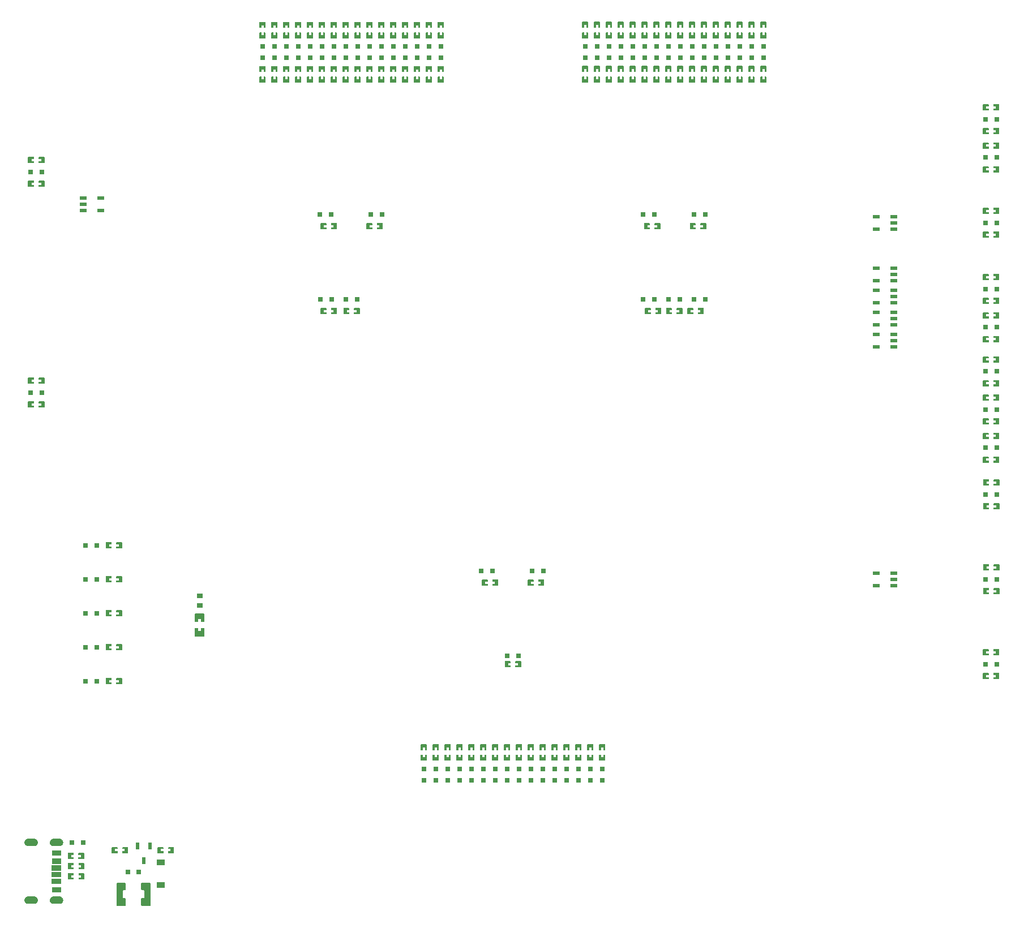
<source format=gtp>
G04 Layer: TopPasteMaskLayer*
G04 EasyEDA v6.5.29, 2023-07-24 16:36:01*
G04 a67172d6d4c449c092c22cdc1d0531fc,5a6b42c53f6a479593ecc07194224c93,10*
G04 Gerber Generator version 0.2*
G04 Scale: 100 percent, Rotated: No, Reflected: No *
G04 Dimensions in millimeters *
G04 leading zeros omitted , absolute positions ,4 integer and 5 decimal *
%FSLAX45Y45*%
%MOMM*%

%ADD10R,1.0000X0.6000*%
%ADD11R,0.8000X0.8000*%
%ADD12R,0.5320X1.0375*%
%ADD13R,1.1500X0.9500*%
%ADD14R,0.9000X0.8000*%
%ADD15R,0.0147X0.8000*%

%LPD*%
G36*
X6999122Y6852208D02*
G01*
X6994093Y6847179D01*
X6994093Y6824421D01*
X7031075Y6824421D01*
X7031075Y6791401D01*
X6994093Y6791401D01*
X6994093Y6767220D01*
X6999122Y6762191D01*
X7079081Y6762191D01*
X7084110Y6767220D01*
X7084110Y6847179D01*
X7079081Y6852208D01*
G37*
G36*
X6840118Y6852208D02*
G01*
X6835089Y6847179D01*
X6835089Y6767220D01*
X6840118Y6762191D01*
X6919112Y6762191D01*
X6924090Y6767220D01*
X6924090Y6791401D01*
X6886092Y6791401D01*
X6886092Y6824421D01*
X6924090Y6824421D01*
X6924090Y6847179D01*
X6919112Y6852208D01*
G37*
G36*
X2160422Y6852208D02*
G01*
X2155393Y6847179D01*
X2155393Y6824421D01*
X2192375Y6824421D01*
X2192375Y6791401D01*
X2155393Y6791401D01*
X2155393Y6767220D01*
X2160422Y6762191D01*
X2240381Y6762191D01*
X2245410Y6767220D01*
X2245410Y6847179D01*
X2240381Y6852208D01*
G37*
G36*
X2001418Y6852208D02*
G01*
X1996389Y6847179D01*
X1996389Y6767220D01*
X2001418Y6762191D01*
X2080412Y6762191D01*
X2085390Y6767220D01*
X2085390Y6791401D01*
X2047392Y6791401D01*
X2047392Y6824421D01*
X2085390Y6824421D01*
X2085390Y6847179D01*
X2080412Y6852208D01*
G37*
G36*
X1474622Y5582208D02*
G01*
X1469593Y5577179D01*
X1469593Y5554421D01*
X1506575Y5554421D01*
X1506575Y5521401D01*
X1469593Y5521401D01*
X1469593Y5497220D01*
X1474622Y5492191D01*
X1554581Y5492191D01*
X1559610Y5497220D01*
X1559610Y5577179D01*
X1554581Y5582208D01*
G37*
G36*
X1315618Y5582208D02*
G01*
X1310589Y5577179D01*
X1310589Y5497220D01*
X1315618Y5492191D01*
X1394612Y5492191D01*
X1399590Y5497220D01*
X1399590Y5521401D01*
X1361592Y5521401D01*
X1361592Y5554421D01*
X1399590Y5554421D01*
X1399590Y5577179D01*
X1394612Y5582208D01*
G37*
G36*
X3887622Y1518208D02*
G01*
X3882593Y1513179D01*
X3882593Y1490421D01*
X3919626Y1490421D01*
X3919626Y1457401D01*
X3882593Y1457401D01*
X3882593Y1433220D01*
X3887622Y1428191D01*
X3967632Y1428191D01*
X3972610Y1433220D01*
X3972610Y1513179D01*
X3967632Y1518208D01*
G37*
G36*
X3728618Y1518208D02*
G01*
X3723640Y1513179D01*
X3723640Y1433220D01*
X3728618Y1428191D01*
X3807612Y1428191D01*
X3812590Y1433220D01*
X3812590Y1457401D01*
X3774592Y1457401D01*
X3774592Y1490421D01*
X3812590Y1490421D01*
X3812590Y1513179D01*
X3807612Y1518208D01*
G37*
G36*
X4573422Y1518208D02*
G01*
X4568393Y1513179D01*
X4568393Y1490421D01*
X4605426Y1490421D01*
X4605426Y1457401D01*
X4568393Y1457401D01*
X4568393Y1433220D01*
X4573422Y1428191D01*
X4653432Y1428191D01*
X4658410Y1433220D01*
X4658410Y1513179D01*
X4653432Y1518208D01*
G37*
G36*
X4414418Y1518208D02*
G01*
X4409440Y1513179D01*
X4409440Y1433220D01*
X4414418Y1428191D01*
X4493412Y1428191D01*
X4498390Y1433220D01*
X4498390Y1457401D01*
X4460392Y1457401D01*
X4460392Y1490421D01*
X4498390Y1490421D01*
X4498390Y1513179D01*
X4493412Y1518208D01*
G37*
G36*
X6961022Y5582208D02*
G01*
X6955993Y5577179D01*
X6955993Y5554421D01*
X6992975Y5554421D01*
X6992975Y5521401D01*
X6955993Y5521401D01*
X6955993Y5497220D01*
X6961022Y5492191D01*
X7040981Y5492191D01*
X7046010Y5497220D01*
X7046010Y5577179D01*
X7040981Y5582208D01*
G37*
G36*
X6802018Y5582208D02*
G01*
X6796989Y5577179D01*
X6796989Y5497220D01*
X6802018Y5492191D01*
X6881012Y5492191D01*
X6885990Y5497220D01*
X6885990Y5521401D01*
X6847992Y5521401D01*
X6847992Y5554421D01*
X6885990Y5554421D01*
X6885990Y5577179D01*
X6881012Y5582208D01*
G37*
G36*
X1474622Y6852208D02*
G01*
X1469593Y6847179D01*
X1469593Y6824421D01*
X1506575Y6824421D01*
X1506575Y6791401D01*
X1469593Y6791401D01*
X1469593Y6767220D01*
X1474622Y6762191D01*
X1554581Y6762191D01*
X1559610Y6767220D01*
X1559610Y6847179D01*
X1554581Y6852208D01*
G37*
G36*
X1315618Y6852208D02*
G01*
X1310589Y6847179D01*
X1310589Y6767220D01*
X1315618Y6762191D01*
X1394612Y6762191D01*
X1399590Y6767220D01*
X1399590Y6791401D01*
X1361592Y6791401D01*
X1361592Y6824421D01*
X1399590Y6824421D01*
X1399590Y6847179D01*
X1394612Y6852208D01*
G37*
G36*
X6326022Y5582208D02*
G01*
X6320993Y5577179D01*
X6320993Y5554421D01*
X6357975Y5554421D01*
X6357975Y5521401D01*
X6320993Y5521401D01*
X6320993Y5497220D01*
X6326022Y5492191D01*
X6405981Y5492191D01*
X6411010Y5497220D01*
X6411010Y5577179D01*
X6405981Y5582208D01*
G37*
G36*
X6167018Y5582208D02*
G01*
X6161989Y5577179D01*
X6161989Y5497220D01*
X6167018Y5492191D01*
X6246012Y5492191D01*
X6250990Y5497220D01*
X6250990Y5521401D01*
X6212992Y5521401D01*
X6212992Y5554421D01*
X6250990Y5554421D01*
X6250990Y5577179D01*
X6246012Y5582208D01*
G37*
G36*
X1817522Y5582208D02*
G01*
X1812493Y5577179D01*
X1812493Y5554421D01*
X1849475Y5554421D01*
X1849475Y5521401D01*
X1812493Y5521401D01*
X1812493Y5497220D01*
X1817522Y5492191D01*
X1897481Y5492191D01*
X1902510Y5497220D01*
X1902510Y5577179D01*
X1897481Y5582208D01*
G37*
G36*
X1658518Y5582208D02*
G01*
X1653489Y5577179D01*
X1653489Y5497220D01*
X1658518Y5492191D01*
X1737512Y5492191D01*
X1742490Y5497220D01*
X1742490Y5521401D01*
X1704492Y5521401D01*
X1704492Y5554421D01*
X1742490Y5554421D01*
X1742490Y5577179D01*
X1737512Y5582208D01*
G37*
G36*
X6643522Y5582208D02*
G01*
X6638493Y5577179D01*
X6638493Y5554421D01*
X6675475Y5554421D01*
X6675475Y5521401D01*
X6638493Y5521401D01*
X6638493Y5497220D01*
X6643522Y5492191D01*
X6723481Y5492191D01*
X6728510Y5497220D01*
X6728510Y5577179D01*
X6723481Y5582208D01*
G37*
G36*
X6484518Y5582208D02*
G01*
X6479489Y5577179D01*
X6479489Y5497220D01*
X6484518Y5492191D01*
X6563512Y5492191D01*
X6568490Y5497220D01*
X6568490Y5521401D01*
X6530492Y5521401D01*
X6530492Y5554421D01*
X6568490Y5554421D01*
X6568490Y5577179D01*
X6563512Y5582208D01*
G37*
G36*
X6313322Y6852208D02*
G01*
X6308293Y6847179D01*
X6308293Y6824421D01*
X6345275Y6824421D01*
X6345275Y6791401D01*
X6308293Y6791401D01*
X6308293Y6767220D01*
X6313322Y6762191D01*
X6393281Y6762191D01*
X6398310Y6767220D01*
X6398310Y6847179D01*
X6393281Y6852208D01*
G37*
G36*
X6154318Y6852208D02*
G01*
X6149289Y6847179D01*
X6149289Y6767220D01*
X6154318Y6762191D01*
X6233312Y6762191D01*
X6238290Y6767220D01*
X6238290Y6791401D01*
X6200292Y6791401D01*
X6200292Y6824421D01*
X6238290Y6824421D01*
X6238290Y6847179D01*
X6233312Y6852208D01*
G37*
G36*
X-2305151Y-2571191D02*
G01*
X-2310180Y-2576220D01*
X-2310180Y-2598978D01*
X-2273147Y-2598978D01*
X-2273147Y-2631998D01*
X-2310180Y-2631998D01*
X-2310180Y-2656179D01*
X-2305151Y-2661208D01*
X-2225141Y-2661208D01*
X-2220163Y-2656179D01*
X-2220163Y-2576220D01*
X-2225141Y-2571191D01*
G37*
G36*
X-2464155Y-2571191D02*
G01*
X-2469184Y-2576220D01*
X-2469184Y-2656179D01*
X-2464155Y-2661208D01*
X-2385161Y-2661208D01*
X-2380183Y-2656179D01*
X-2380183Y-2631998D01*
X-2418181Y-2631998D01*
X-2418181Y-2598978D01*
X-2380183Y-2598978D01*
X-2380183Y-2576220D01*
X-2385161Y-2571191D01*
G37*
G36*
X4230522Y299008D02*
G01*
X4225493Y293979D01*
X4225493Y271221D01*
X4262475Y271221D01*
X4262475Y238201D01*
X4225493Y238201D01*
X4225493Y214020D01*
X4230522Y208991D01*
X4310481Y208991D01*
X4315510Y214020D01*
X4315510Y293979D01*
X4310481Y299008D01*
G37*
G36*
X4071518Y299008D02*
G01*
X4066489Y293979D01*
X4066489Y214020D01*
X4071518Y208991D01*
X4150512Y208991D01*
X4155490Y214020D01*
X4155490Y238201D01*
X4117492Y238201D01*
X4117492Y271221D01*
X4155490Y271221D01*
X4155490Y293979D01*
X4150512Y299008D01*
G37*
G36*
X-2682341Y-3221786D02*
G01*
X-2689098Y-3222193D01*
X-2695752Y-3223463D01*
X-2702204Y-3225495D01*
X-2708351Y-3228340D01*
X-2714142Y-3231896D01*
X-2719425Y-3236163D01*
X-2724099Y-3240989D01*
X-2728214Y-3246424D01*
X-2731566Y-3252266D01*
X-2734208Y-3258515D01*
X-2736088Y-3265017D01*
X-2737104Y-3271723D01*
X-2737307Y-3278479D01*
X-2736697Y-3285236D01*
X-2735275Y-3291840D01*
X-2732989Y-3298240D01*
X-2729992Y-3304286D01*
X-2726232Y-3309924D01*
X-2721813Y-3315106D01*
X-2716834Y-3319627D01*
X-2714142Y-3321710D01*
X-2708351Y-3325266D01*
X-2702204Y-3328060D01*
X-2699004Y-3329228D01*
X-2692450Y-3330854D01*
X-2685745Y-3331718D01*
X-2592324Y-3331819D01*
X-2585567Y-3331362D01*
X-2578912Y-3330143D01*
X-2575661Y-3329228D01*
X-2569362Y-3326739D01*
X-2566314Y-3325266D01*
X-2560574Y-3321710D01*
X-2555290Y-3317443D01*
X-2550566Y-3312566D01*
X-2546502Y-3307181D01*
X-2543098Y-3301339D01*
X-2540457Y-3295091D01*
X-2538628Y-3288588D01*
X-2537561Y-3281883D01*
X-2537358Y-3275126D01*
X-2537561Y-3271723D01*
X-2538628Y-3265017D01*
X-2540457Y-3258515D01*
X-2543098Y-3252266D01*
X-2546502Y-3246424D01*
X-2550566Y-3240989D01*
X-2555290Y-3236163D01*
X-2560574Y-3231896D01*
X-2566314Y-3228340D01*
X-2572461Y-3225495D01*
X-2578912Y-3223463D01*
X-2585567Y-3222193D01*
X-2592324Y-3221786D01*
G37*
G36*
X-2682341Y-2357780D02*
G01*
X-2689098Y-2358186D01*
X-2695752Y-2359456D01*
X-2702204Y-2361488D01*
X-2708351Y-2364333D01*
X-2714142Y-2367889D01*
X-2719425Y-2372156D01*
X-2724099Y-2376982D01*
X-2728214Y-2382418D01*
X-2731566Y-2388260D01*
X-2734208Y-2394508D01*
X-2736088Y-2401011D01*
X-2737104Y-2407716D01*
X-2737307Y-2414473D01*
X-2736697Y-2421229D01*
X-2735275Y-2427833D01*
X-2732989Y-2434234D01*
X-2729992Y-2440279D01*
X-2726232Y-2445918D01*
X-2721813Y-2451100D01*
X-2716834Y-2455621D01*
X-2714142Y-2457704D01*
X-2708351Y-2461260D01*
X-2702204Y-2464054D01*
X-2699004Y-2465222D01*
X-2692450Y-2466848D01*
X-2685745Y-2467711D01*
X-2592324Y-2467813D01*
X-2585567Y-2467356D01*
X-2578912Y-2466136D01*
X-2575661Y-2465222D01*
X-2569362Y-2462733D01*
X-2566314Y-2461260D01*
X-2560574Y-2457704D01*
X-2555290Y-2453436D01*
X-2550566Y-2448560D01*
X-2546502Y-2443175D01*
X-2543098Y-2437333D01*
X-2540457Y-2431084D01*
X-2538628Y-2424582D01*
X-2537561Y-2417876D01*
X-2537358Y-2411120D01*
X-2537561Y-2407716D01*
X-2538628Y-2401011D01*
X-2540457Y-2394508D01*
X-2543098Y-2388260D01*
X-2546502Y-2382418D01*
X-2550566Y-2376982D01*
X-2555290Y-2372156D01*
X-2560574Y-2367889D01*
X-2566314Y-2364333D01*
X-2572461Y-2361488D01*
X-2578912Y-2359456D01*
X-2585567Y-2358186D01*
X-2592324Y-2357780D01*
G37*
G36*
X-3062376Y-2357780D02*
G01*
X-3069132Y-2358186D01*
X-3075787Y-2359456D01*
X-3082239Y-2361488D01*
X-3088386Y-2364333D01*
X-3094126Y-2367889D01*
X-3099409Y-2372156D01*
X-3104134Y-2376982D01*
X-3108198Y-2382418D01*
X-3111601Y-2388260D01*
X-3114243Y-2394508D01*
X-3116072Y-2401011D01*
X-3117138Y-2407716D01*
X-3117342Y-2414473D01*
X-3116732Y-2421229D01*
X-3115259Y-2427833D01*
X-3113024Y-2434234D01*
X-3109976Y-2440279D01*
X-3106267Y-2445918D01*
X-3101848Y-2451100D01*
X-3096818Y-2455621D01*
X-3094126Y-2457704D01*
X-3088386Y-2461260D01*
X-3082239Y-2464054D01*
X-3079038Y-2465222D01*
X-3072485Y-2466848D01*
X-3065729Y-2467711D01*
X-2968955Y-2467711D01*
X-2962249Y-2466848D01*
X-2955696Y-2465222D01*
X-2949346Y-2462733D01*
X-2943402Y-2459532D01*
X-2940558Y-2457704D01*
X-2935325Y-2453436D01*
X-2930601Y-2448560D01*
X-2926486Y-2443175D01*
X-2923133Y-2437333D01*
X-2920492Y-2431084D01*
X-2918612Y-2424582D01*
X-2917596Y-2417876D01*
X-2917393Y-2411120D01*
X-2918002Y-2404364D01*
X-2918612Y-2401011D01*
X-2920492Y-2394508D01*
X-2923133Y-2388260D01*
X-2926486Y-2382418D01*
X-2930601Y-2376982D01*
X-2935325Y-2372156D01*
X-2940558Y-2367889D01*
X-2946349Y-2364333D01*
X-2952496Y-2361488D01*
X-2958947Y-2359456D01*
X-2965602Y-2358186D01*
X-2972358Y-2357780D01*
G37*
G36*
X-3062376Y-3221786D02*
G01*
X-3069132Y-3222193D01*
X-3075787Y-3223463D01*
X-3082239Y-3225495D01*
X-3088386Y-3228340D01*
X-3094126Y-3231896D01*
X-3099409Y-3236163D01*
X-3104134Y-3240989D01*
X-3108198Y-3246424D01*
X-3111601Y-3252266D01*
X-3114243Y-3258515D01*
X-3116072Y-3265017D01*
X-3117138Y-3271723D01*
X-3117342Y-3278479D01*
X-3116732Y-3285236D01*
X-3115259Y-3291840D01*
X-3113024Y-3298240D01*
X-3109976Y-3304286D01*
X-3106267Y-3309924D01*
X-3101848Y-3315106D01*
X-3096818Y-3319627D01*
X-3094126Y-3321710D01*
X-3088386Y-3325266D01*
X-3082239Y-3328060D01*
X-3079038Y-3329228D01*
X-3072485Y-3330854D01*
X-3065729Y-3331718D01*
X-2968955Y-3331718D01*
X-2962249Y-3330854D01*
X-2955696Y-3329228D01*
X-2949346Y-3326739D01*
X-2943402Y-3323539D01*
X-2940558Y-3321710D01*
X-2935325Y-3317443D01*
X-2930601Y-3312566D01*
X-2926486Y-3307181D01*
X-2923133Y-3301339D01*
X-2920492Y-3295091D01*
X-2918612Y-3288588D01*
X-2917596Y-3281883D01*
X-2917393Y-3275126D01*
X-2918002Y-3268370D01*
X-2918612Y-3265017D01*
X-2920492Y-3258515D01*
X-2923133Y-3252266D01*
X-2926486Y-3246424D01*
X-2930601Y-3240989D01*
X-2935325Y-3236163D01*
X-2940558Y-3231896D01*
X-2946349Y-3228340D01*
X-2952496Y-3225495D01*
X-2958947Y-3223463D01*
X-2965602Y-3222193D01*
X-2972358Y-3221786D01*
G37*
G36*
X-2707589Y-2754782D02*
G01*
X-2707589Y-2834792D01*
X-2567584Y-2834792D01*
X-2567584Y-2754782D01*
G37*
G36*
X-2707589Y-2854807D02*
G01*
X-2707589Y-2934766D01*
X-2567584Y-2934766D01*
X-2567584Y-2854807D01*
G37*
G36*
X-2707436Y-2956814D02*
G01*
X-2707436Y-3036773D01*
X-2567432Y-3036773D01*
X-2567432Y-2956814D01*
G37*
G36*
X-2707182Y-2652826D02*
G01*
X-2707182Y-2732786D01*
X-2567178Y-2732786D01*
X-2567178Y-2652826D01*
G37*
G36*
X-2707335Y-3079800D02*
G01*
X-2707335Y-3159810D01*
X-2567330Y-3159810D01*
X-2567330Y-3079800D01*
G37*
G36*
X-2707335Y-2529789D02*
G01*
X-2707335Y-2609799D01*
X-2567330Y-2609799D01*
X-2567330Y-2529789D01*
G37*
G36*
X-1360881Y-3012744D02*
G01*
X-1370888Y-3022752D01*
X-1370888Y-3118205D01*
X-1360881Y-3128213D01*
X-1333042Y-3128213D01*
X-1323086Y-3138220D01*
X-1323086Y-3237179D01*
X-1333042Y-3247186D01*
X-1360881Y-3247186D01*
X-1370888Y-3257194D01*
X-1370888Y-3352647D01*
X-1360881Y-3362655D01*
X-1240231Y-3362655D01*
X-1230223Y-3352647D01*
X-1230223Y-3022752D01*
X-1240231Y-3012744D01*
G37*
G36*
X-1731568Y-3012744D02*
G01*
X-1741576Y-3022752D01*
X-1741576Y-3352647D01*
X-1731568Y-3362655D01*
X-1610868Y-3362655D01*
X-1600911Y-3352647D01*
X-1600911Y-3257194D01*
X-1610868Y-3247186D01*
X-1638706Y-3247186D01*
X-1648714Y-3237179D01*
X-1648714Y-3138220D01*
X-1638706Y-3128213D01*
X-1610868Y-3128213D01*
X-1600911Y-3118205D01*
X-1600911Y-3022752D01*
X-1610868Y-3012744D01*
G37*
G36*
X-1808581Y-2482291D02*
G01*
X-1813610Y-2487269D01*
X-1813610Y-2567279D01*
X-1808581Y-2572308D01*
X-1728571Y-2572308D01*
X-1723593Y-2567279D01*
X-1723593Y-2544470D01*
X-1760575Y-2544470D01*
X-1760575Y-2511501D01*
X-1723593Y-2511501D01*
X-1723593Y-2487269D01*
X-1728571Y-2482291D01*
G37*
G36*
X-1648612Y-2482291D02*
G01*
X-1653590Y-2487269D01*
X-1653590Y-2511501D01*
X-1615592Y-2511501D01*
X-1615592Y-2544470D01*
X-1653590Y-2544470D01*
X-1653590Y-2567279D01*
X-1648612Y-2572308D01*
X-1569618Y-2572308D01*
X-1564589Y-2567279D01*
X-1564589Y-2487269D01*
X-1569618Y-2482291D01*
G37*
G36*
X-1122781Y-2482291D02*
G01*
X-1127810Y-2487269D01*
X-1127810Y-2567279D01*
X-1122781Y-2572308D01*
X-1042771Y-2572308D01*
X-1037793Y-2567279D01*
X-1037793Y-2544470D01*
X-1074775Y-2544470D01*
X-1074775Y-2511501D01*
X-1037793Y-2511501D01*
X-1037793Y-2487269D01*
X-1042771Y-2482291D01*
G37*
G36*
X-962812Y-2482291D02*
G01*
X-967790Y-2487269D01*
X-967790Y-2511501D01*
X-929792Y-2511501D01*
X-929792Y-2544470D01*
X-967790Y-2544470D01*
X-967790Y-2567279D01*
X-962812Y-2572308D01*
X-883818Y-2572308D01*
X-878789Y-2567279D01*
X-878789Y-2487269D01*
X-883818Y-2482291D01*
G37*
G36*
X-2464155Y-2723591D02*
G01*
X-2469184Y-2728569D01*
X-2469184Y-2808579D01*
X-2464155Y-2813608D01*
X-2384145Y-2813608D01*
X-2379167Y-2808579D01*
X-2379167Y-2785821D01*
X-2416149Y-2785821D01*
X-2416149Y-2752801D01*
X-2379167Y-2752801D01*
X-2379167Y-2728569D01*
X-2384145Y-2723591D01*
G37*
G36*
X-2304186Y-2723591D02*
G01*
X-2309164Y-2728569D01*
X-2309164Y-2752801D01*
X-2271166Y-2752801D01*
X-2271166Y-2785821D01*
X-2309164Y-2785821D01*
X-2309164Y-2808579D01*
X-2304186Y-2813608D01*
X-2225192Y-2813608D01*
X-2220163Y-2808579D01*
X-2220163Y-2728569D01*
X-2225192Y-2723591D01*
G37*
G36*
X-2464155Y-2875991D02*
G01*
X-2469184Y-2880969D01*
X-2469184Y-2960979D01*
X-2464155Y-2966008D01*
X-2384145Y-2966008D01*
X-2379167Y-2960979D01*
X-2379167Y-2938221D01*
X-2416149Y-2938221D01*
X-2416149Y-2905201D01*
X-2379167Y-2905201D01*
X-2379167Y-2880969D01*
X-2384145Y-2875991D01*
G37*
G36*
X-2304186Y-2875991D02*
G01*
X-2309164Y-2880969D01*
X-2309164Y-2905201D01*
X-2271166Y-2905201D01*
X-2271166Y-2938221D01*
X-2309164Y-2938221D01*
X-2309164Y-2960979D01*
X-2304186Y-2966008D01*
X-2225192Y-2966008D01*
X-2220163Y-2960979D01*
X-2220163Y-2880969D01*
X-2225192Y-2875991D01*
G37*
G36*
X-520293Y796188D02*
G01*
X-561340Y795680D01*
X-566318Y790702D01*
X-566318Y675690D01*
X-561340Y670712D01*
X-433324Y670712D01*
X-428294Y675690D01*
X-428294Y790702D01*
X-433324Y795680D01*
X-475335Y795172D01*
X-475335Y751179D01*
X-520293Y751179D01*
G37*
G36*
X-561340Y1010716D02*
G01*
X-566318Y1005687D01*
X-566318Y890676D01*
X-561340Y885698D01*
X-520293Y886206D01*
X-520293Y930198D01*
X-475335Y930198D01*
X-475335Y885698D01*
X-433324Y885698D01*
X-428294Y890676D01*
X-428294Y1005687D01*
X-433324Y1010716D01*
G37*
G36*
X-1897532Y2077008D02*
G01*
X-1902510Y2071979D01*
X-1902510Y1992020D01*
X-1897532Y1986991D01*
X-1817522Y1986991D01*
X-1812493Y1992020D01*
X-1812493Y2014778D01*
X-1849526Y2014778D01*
X-1849526Y2047798D01*
X-1812493Y2047798D01*
X-1812493Y2071979D01*
X-1817522Y2077008D01*
G37*
G36*
X-1737512Y2077008D02*
G01*
X-1742490Y2071979D01*
X-1742490Y2047798D01*
X-1704492Y2047798D01*
X-1704492Y2014778D01*
X-1742490Y2014778D01*
X-1742490Y1992020D01*
X-1737512Y1986991D01*
X-1658518Y1986991D01*
X-1653539Y1992020D01*
X-1653539Y2071979D01*
X-1658518Y2077008D01*
G37*
G36*
X-1897532Y1569008D02*
G01*
X-1902510Y1563979D01*
X-1902510Y1484020D01*
X-1897532Y1478991D01*
X-1817522Y1478991D01*
X-1812493Y1484020D01*
X-1812493Y1506778D01*
X-1849526Y1506778D01*
X-1849526Y1539798D01*
X-1812493Y1539798D01*
X-1812493Y1563979D01*
X-1817522Y1569008D01*
G37*
G36*
X-1737512Y1569008D02*
G01*
X-1742490Y1563979D01*
X-1742490Y1539798D01*
X-1704492Y1539798D01*
X-1704492Y1506778D01*
X-1742490Y1506778D01*
X-1742490Y1484020D01*
X-1737512Y1478991D01*
X-1658518Y1478991D01*
X-1653539Y1484020D01*
X-1653539Y1563979D01*
X-1658518Y1569008D01*
G37*
G36*
X-1897532Y1061008D02*
G01*
X-1902510Y1055979D01*
X-1902510Y976020D01*
X-1897532Y970991D01*
X-1817522Y970991D01*
X-1812493Y976020D01*
X-1812493Y998778D01*
X-1849526Y998778D01*
X-1849526Y1031798D01*
X-1812493Y1031798D01*
X-1812493Y1055979D01*
X-1817522Y1061008D01*
G37*
G36*
X-1737512Y1061008D02*
G01*
X-1742490Y1055979D01*
X-1742490Y1031798D01*
X-1704492Y1031798D01*
X-1704492Y998778D01*
X-1742490Y998778D01*
X-1742490Y976020D01*
X-1737512Y970991D01*
X-1658518Y970991D01*
X-1653539Y976020D01*
X-1653539Y1055979D01*
X-1658518Y1061008D01*
G37*
G36*
X-1897532Y45008D02*
G01*
X-1902510Y39979D01*
X-1902510Y-39979D01*
X-1897532Y-45008D01*
X-1817522Y-45008D01*
X-1812493Y-39979D01*
X-1812493Y-17221D01*
X-1849526Y-17221D01*
X-1849526Y15798D01*
X-1812493Y15798D01*
X-1812493Y39979D01*
X-1817522Y45008D01*
G37*
G36*
X-1737512Y45008D02*
G01*
X-1742490Y39979D01*
X-1742490Y15798D01*
X-1704492Y15798D01*
X-1704492Y-17221D01*
X-1742490Y-17221D01*
X-1742490Y-39979D01*
X-1737512Y-45008D01*
X-1658518Y-45008D01*
X-1653539Y-39979D01*
X-1653539Y39979D01*
X-1658518Y45008D01*
G37*
G36*
X-1897532Y553008D02*
G01*
X-1902510Y547979D01*
X-1902510Y468020D01*
X-1897532Y462991D01*
X-1817522Y462991D01*
X-1812493Y468020D01*
X-1812493Y490778D01*
X-1849526Y490778D01*
X-1849526Y523798D01*
X-1812493Y523798D01*
X-1812493Y547979D01*
X-1817522Y553008D01*
G37*
G36*
X-1737512Y553008D02*
G01*
X-1742490Y547979D01*
X-1742490Y523798D01*
X-1704492Y523798D01*
X-1704492Y490778D01*
X-1742490Y490778D01*
X-1742490Y468020D01*
X-1737512Y462991D01*
X-1658518Y462991D01*
X-1653539Y468020D01*
X-1653539Y547979D01*
X-1658518Y553008D01*
G37*
G36*
X11385397Y2661208D02*
G01*
X11380368Y2656179D01*
X11380368Y2633421D01*
X11417401Y2633421D01*
X11417401Y2600401D01*
X11380368Y2600401D01*
X11380368Y2576169D01*
X11385397Y2571191D01*
X11465407Y2571191D01*
X11470386Y2576169D01*
X11470386Y2656179D01*
X11465407Y2661208D01*
G37*
G36*
X11226393Y2661208D02*
G01*
X11221415Y2656179D01*
X11221415Y2576169D01*
X11226393Y2571191D01*
X11305387Y2571191D01*
X11310366Y2576169D01*
X11310366Y2600401D01*
X11272367Y2600401D01*
X11272367Y2633421D01*
X11310366Y2633421D01*
X11310366Y2656179D01*
X11305387Y2661208D01*
G37*
G36*
X11385397Y3016808D02*
G01*
X11380368Y3011779D01*
X11380368Y2989021D01*
X11417401Y2989021D01*
X11417401Y2956001D01*
X11380368Y2956001D01*
X11380368Y2931769D01*
X11385397Y2926791D01*
X11465407Y2926791D01*
X11470386Y2931769D01*
X11470386Y3011779D01*
X11465407Y3016808D01*
G37*
G36*
X11226393Y3016808D02*
G01*
X11221415Y3011779D01*
X11221415Y2931769D01*
X11226393Y2926791D01*
X11305387Y2926791D01*
X11310366Y2931769D01*
X11310366Y2956001D01*
X11272367Y2956001D01*
X11272367Y2989021D01*
X11310366Y2989021D01*
X11310366Y3011779D01*
X11305387Y3016808D01*
G37*
G36*
X11380571Y3359708D02*
G01*
X11375593Y3354679D01*
X11375593Y3331921D01*
X11412575Y3331921D01*
X11412575Y3298901D01*
X11375593Y3298901D01*
X11375593Y3274669D01*
X11380571Y3269691D01*
X11460581Y3269691D01*
X11465610Y3274669D01*
X11465610Y3354679D01*
X11460581Y3359708D01*
G37*
G36*
X11221567Y3359708D02*
G01*
X11216589Y3354679D01*
X11216589Y3274669D01*
X11221567Y3269691D01*
X11300612Y3269691D01*
X11305590Y3274669D01*
X11305590Y3298901D01*
X11267592Y3298901D01*
X11267592Y3331921D01*
X11305590Y3331921D01*
X11305590Y3354679D01*
X11300612Y3359708D01*
G37*
G36*
X11380571Y3715308D02*
G01*
X11375593Y3710279D01*
X11375593Y3687521D01*
X11412575Y3687521D01*
X11412575Y3654501D01*
X11375593Y3654501D01*
X11375593Y3630269D01*
X11380571Y3625291D01*
X11460581Y3625291D01*
X11465610Y3630269D01*
X11465610Y3710279D01*
X11460581Y3715308D01*
G37*
G36*
X11221567Y3715308D02*
G01*
X11216589Y3710279D01*
X11216589Y3630269D01*
X11221567Y3625291D01*
X11300612Y3625291D01*
X11305590Y3630269D01*
X11305590Y3654501D01*
X11267592Y3654501D01*
X11267592Y3687521D01*
X11305590Y3687521D01*
X11305590Y3710279D01*
X11300612Y3715308D01*
G37*
G36*
X11380571Y3931208D02*
G01*
X11375593Y3926179D01*
X11375593Y3903421D01*
X11412575Y3903421D01*
X11412575Y3870401D01*
X11375593Y3870401D01*
X11375593Y3846169D01*
X11380571Y3841191D01*
X11460581Y3841191D01*
X11465610Y3846169D01*
X11465610Y3926179D01*
X11460581Y3931208D01*
G37*
G36*
X11221567Y3931208D02*
G01*
X11216589Y3926179D01*
X11216589Y3846169D01*
X11221567Y3841191D01*
X11300612Y3841191D01*
X11305590Y3846169D01*
X11305590Y3870401D01*
X11267592Y3870401D01*
X11267592Y3903421D01*
X11305590Y3903421D01*
X11305590Y3926179D01*
X11300612Y3931208D01*
G37*
G36*
X11380571Y4286808D02*
G01*
X11375593Y4281779D01*
X11375593Y4259021D01*
X11412575Y4259021D01*
X11412575Y4226001D01*
X11375593Y4226001D01*
X11375593Y4201769D01*
X11380571Y4196791D01*
X11460581Y4196791D01*
X11465610Y4201769D01*
X11465610Y4281779D01*
X11460581Y4286808D01*
G37*
G36*
X11221567Y4286808D02*
G01*
X11216589Y4281779D01*
X11216589Y4201769D01*
X11221567Y4196791D01*
X11300612Y4196791D01*
X11305590Y4201769D01*
X11305590Y4226001D01*
X11267592Y4226001D01*
X11267592Y4259021D01*
X11305590Y4259021D01*
X11305590Y4281779D01*
X11300612Y4286808D01*
G37*
G36*
X11380571Y4502708D02*
G01*
X11375593Y4497679D01*
X11375593Y4474921D01*
X11412575Y4474921D01*
X11412575Y4441901D01*
X11375593Y4441901D01*
X11375593Y4417669D01*
X11380571Y4412691D01*
X11460581Y4412691D01*
X11465610Y4417669D01*
X11465610Y4497679D01*
X11460581Y4502708D01*
G37*
G36*
X11221567Y4502708D02*
G01*
X11216589Y4497679D01*
X11216589Y4417669D01*
X11221567Y4412691D01*
X11300612Y4412691D01*
X11305590Y4417669D01*
X11305590Y4441901D01*
X11267592Y4441901D01*
X11267592Y4474921D01*
X11305590Y4474921D01*
X11305590Y4497679D01*
X11300612Y4502708D01*
G37*
G36*
X11380571Y4858308D02*
G01*
X11375593Y4853279D01*
X11375593Y4830521D01*
X11412575Y4830521D01*
X11412575Y4797501D01*
X11375593Y4797501D01*
X11375593Y4773269D01*
X11380571Y4768291D01*
X11460581Y4768291D01*
X11465610Y4773269D01*
X11465610Y4853279D01*
X11460581Y4858308D01*
G37*
G36*
X11221567Y4858308D02*
G01*
X11216589Y4853279D01*
X11216589Y4773269D01*
X11221567Y4768291D01*
X11300612Y4768291D01*
X11305590Y4773269D01*
X11305590Y4797501D01*
X11267592Y4797501D01*
X11267592Y4830521D01*
X11305590Y4830521D01*
X11305590Y4853279D01*
X11300612Y4858308D01*
G37*
G36*
X11380571Y5163108D02*
G01*
X11375593Y5158079D01*
X11375593Y5135321D01*
X11412575Y5135321D01*
X11412575Y5102301D01*
X11375593Y5102301D01*
X11375593Y5078069D01*
X11380571Y5073091D01*
X11460581Y5073091D01*
X11465610Y5078069D01*
X11465610Y5158079D01*
X11460581Y5163108D01*
G37*
G36*
X11221567Y5163108D02*
G01*
X11216589Y5158079D01*
X11216589Y5078069D01*
X11221567Y5073091D01*
X11300612Y5073091D01*
X11305590Y5078069D01*
X11305590Y5102301D01*
X11267592Y5102301D01*
X11267592Y5135321D01*
X11305590Y5135321D01*
X11305590Y5158079D01*
X11300612Y5163108D01*
G37*
G36*
X11380571Y5518708D02*
G01*
X11375593Y5513679D01*
X11375593Y5490921D01*
X11412575Y5490921D01*
X11412575Y5457901D01*
X11375593Y5457901D01*
X11375593Y5433669D01*
X11380571Y5428691D01*
X11460581Y5428691D01*
X11465610Y5433669D01*
X11465610Y5513679D01*
X11460581Y5518708D01*
G37*
G36*
X11221567Y5518708D02*
G01*
X11216589Y5513679D01*
X11216589Y5433669D01*
X11221567Y5428691D01*
X11300612Y5428691D01*
X11305590Y5433669D01*
X11305590Y5457901D01*
X11267592Y5457901D01*
X11267592Y5490921D01*
X11305590Y5490921D01*
X11305590Y5513679D01*
X11300612Y5518708D01*
G37*
G36*
X11380571Y5734608D02*
G01*
X11375593Y5729579D01*
X11375593Y5706821D01*
X11412575Y5706821D01*
X11412575Y5673801D01*
X11375593Y5673801D01*
X11375593Y5649569D01*
X11380571Y5644591D01*
X11460581Y5644591D01*
X11465610Y5649569D01*
X11465610Y5729579D01*
X11460581Y5734608D01*
G37*
G36*
X11221567Y5734608D02*
G01*
X11216589Y5729579D01*
X11216589Y5649569D01*
X11221567Y5644591D01*
X11300612Y5644591D01*
X11305590Y5649569D01*
X11305590Y5673801D01*
X11267592Y5673801D01*
X11267592Y5706821D01*
X11305590Y5706821D01*
X11305590Y5729579D01*
X11300612Y5734608D01*
G37*
G36*
X11380571Y6090208D02*
G01*
X11375593Y6085179D01*
X11375593Y6062421D01*
X11412575Y6062421D01*
X11412575Y6029401D01*
X11375593Y6029401D01*
X11375593Y6005169D01*
X11380571Y6000191D01*
X11460581Y6000191D01*
X11465610Y6005169D01*
X11465610Y6085179D01*
X11460581Y6090208D01*
G37*
G36*
X11221567Y6090208D02*
G01*
X11216589Y6085179D01*
X11216589Y6005169D01*
X11221567Y6000191D01*
X11300612Y6000191D01*
X11305590Y6005169D01*
X11305590Y6029401D01*
X11267592Y6029401D01*
X11267592Y6062421D01*
X11305590Y6062421D01*
X11305590Y6085179D01*
X11300612Y6090208D01*
G37*
G36*
X11380571Y6725208D02*
G01*
X11375593Y6720179D01*
X11375593Y6697421D01*
X11412575Y6697421D01*
X11412575Y6664401D01*
X11375593Y6664401D01*
X11375593Y6640169D01*
X11380571Y6635191D01*
X11460581Y6635191D01*
X11465610Y6640169D01*
X11465610Y6720179D01*
X11460581Y6725208D01*
G37*
G36*
X11221567Y6725208D02*
G01*
X11216589Y6720179D01*
X11216589Y6640169D01*
X11221567Y6635191D01*
X11300612Y6635191D01*
X11305590Y6640169D01*
X11305590Y6664401D01*
X11267592Y6664401D01*
X11267592Y6697421D01*
X11305590Y6697421D01*
X11305590Y6720179D01*
X11300612Y6725208D01*
G37*
G36*
X11380571Y7080808D02*
G01*
X11375593Y7075779D01*
X11375593Y7053021D01*
X11412575Y7053021D01*
X11412575Y7020001D01*
X11375593Y7020001D01*
X11375593Y6995769D01*
X11380571Y6990791D01*
X11460581Y6990791D01*
X11465610Y6995769D01*
X11465610Y7075779D01*
X11460581Y7080808D01*
G37*
G36*
X11221567Y7080808D02*
G01*
X11216589Y7075779D01*
X11216589Y6995769D01*
X11221567Y6990791D01*
X11300612Y6990791D01*
X11305590Y6995769D01*
X11305590Y7020001D01*
X11267592Y7020001D01*
X11267592Y7053021D01*
X11305590Y7053021D01*
X11305590Y7075779D01*
X11300612Y7080808D01*
G37*
G36*
X11380571Y7703108D02*
G01*
X11375593Y7698079D01*
X11375593Y7675321D01*
X11412575Y7675321D01*
X11412575Y7642301D01*
X11375593Y7642301D01*
X11375593Y7618069D01*
X11380571Y7613091D01*
X11460581Y7613091D01*
X11465610Y7618069D01*
X11465610Y7698079D01*
X11460581Y7703108D01*
G37*
G36*
X11221567Y7703108D02*
G01*
X11216589Y7698079D01*
X11216589Y7618069D01*
X11221567Y7613091D01*
X11300612Y7613091D01*
X11305590Y7618069D01*
X11305590Y7642301D01*
X11267592Y7642301D01*
X11267592Y7675321D01*
X11305590Y7675321D01*
X11305590Y7698079D01*
X11300612Y7703108D01*
G37*
G36*
X11380571Y8058708D02*
G01*
X11375593Y8053679D01*
X11375593Y8030921D01*
X11412575Y8030921D01*
X11412575Y7997901D01*
X11375593Y7997901D01*
X11375593Y7973669D01*
X11380571Y7968691D01*
X11460581Y7968691D01*
X11465610Y7973669D01*
X11465610Y8053679D01*
X11460581Y8058708D01*
G37*
G36*
X11221567Y8058708D02*
G01*
X11216589Y8053679D01*
X11216589Y7973669D01*
X11221567Y7968691D01*
X11300612Y7968691D01*
X11305590Y7973669D01*
X11305590Y7997901D01*
X11267592Y7997901D01*
X11267592Y8030921D01*
X11305590Y8030921D01*
X11305590Y8053679D01*
X11300612Y8058708D01*
G37*
G36*
X11380571Y8274608D02*
G01*
X11375593Y8269579D01*
X11375593Y8246821D01*
X11412575Y8246821D01*
X11412575Y8213801D01*
X11375593Y8213801D01*
X11375593Y8189569D01*
X11380571Y8184591D01*
X11460581Y8184591D01*
X11465610Y8189569D01*
X11465610Y8269579D01*
X11460581Y8274608D01*
G37*
G36*
X11221567Y8274608D02*
G01*
X11216589Y8269579D01*
X11216589Y8189569D01*
X11221567Y8184591D01*
X11300612Y8184591D01*
X11305590Y8189569D01*
X11305590Y8213801D01*
X11267592Y8213801D01*
X11267592Y8246821D01*
X11305590Y8246821D01*
X11305590Y8269579D01*
X11300612Y8274608D01*
G37*
G36*
X11380571Y8630208D02*
G01*
X11375593Y8625179D01*
X11375593Y8602421D01*
X11412575Y8602421D01*
X11412575Y8569401D01*
X11375593Y8569401D01*
X11375593Y8545169D01*
X11380571Y8540191D01*
X11460581Y8540191D01*
X11465610Y8545169D01*
X11465610Y8625179D01*
X11460581Y8630208D01*
G37*
G36*
X11221567Y8630208D02*
G01*
X11216589Y8625179D01*
X11216589Y8545169D01*
X11221567Y8540191D01*
X11300612Y8540191D01*
X11305590Y8545169D01*
X11305590Y8569401D01*
X11267592Y8569401D01*
X11267592Y8602421D01*
X11305590Y8602421D01*
X11305590Y8625179D01*
X11300612Y8630208D01*
G37*
G36*
X-3058007Y7842808D02*
G01*
X-3063036Y7837779D01*
X-3063036Y7757820D01*
X-3058007Y7752791D01*
X-2977997Y7752791D01*
X-2973019Y7757820D01*
X-2973019Y7780578D01*
X-3010001Y7780578D01*
X-3010001Y7813598D01*
X-2973019Y7813598D01*
X-2973019Y7837779D01*
X-2977997Y7842808D01*
G37*
G36*
X-2898038Y7842808D02*
G01*
X-2903016Y7837779D01*
X-2903016Y7813598D01*
X-2865018Y7813598D01*
X-2865018Y7780578D01*
X-2903016Y7780578D01*
X-2903016Y7757820D01*
X-2898038Y7752791D01*
X-2818993Y7752791D01*
X-2814015Y7757820D01*
X-2814015Y7837779D01*
X-2818993Y7842808D01*
G37*
G36*
X-3058007Y7487208D02*
G01*
X-3063036Y7482179D01*
X-3063036Y7402220D01*
X-3058007Y7397191D01*
X-2977997Y7397191D01*
X-2973019Y7402220D01*
X-2973019Y7424978D01*
X-3010001Y7424978D01*
X-3010001Y7457998D01*
X-2973019Y7457998D01*
X-2973019Y7482179D01*
X-2977997Y7487208D01*
G37*
G36*
X-2898038Y7487208D02*
G01*
X-2903016Y7482179D01*
X-2903016Y7457998D01*
X-2865018Y7457998D01*
X-2865018Y7424978D01*
X-2903016Y7424978D01*
X-2903016Y7402220D01*
X-2898038Y7397191D01*
X-2818993Y7397191D01*
X-2814015Y7402220D01*
X-2814015Y7482179D01*
X-2818993Y7487208D01*
G37*
G36*
X-3058007Y4540808D02*
G01*
X-3063036Y4535779D01*
X-3063036Y4455820D01*
X-3058007Y4450791D01*
X-2977997Y4450791D01*
X-2973019Y4455820D01*
X-2973019Y4478578D01*
X-3010001Y4478578D01*
X-3010001Y4511598D01*
X-2973019Y4511598D01*
X-2973019Y4535779D01*
X-2977997Y4540808D01*
G37*
G36*
X-2898038Y4540808D02*
G01*
X-2903016Y4535779D01*
X-2903016Y4511598D01*
X-2865018Y4511598D01*
X-2865018Y4478578D01*
X-2903016Y4478578D01*
X-2903016Y4455820D01*
X-2898038Y4450791D01*
X-2818993Y4450791D01*
X-2814015Y4455820D01*
X-2814015Y4535779D01*
X-2818993Y4540808D01*
G37*
G36*
X-3058007Y4185208D02*
G01*
X-3063036Y4180179D01*
X-3063036Y4100220D01*
X-3058007Y4095191D01*
X-2977997Y4095191D01*
X-2973019Y4100220D01*
X-2973019Y4122978D01*
X-3010001Y4122978D01*
X-3010001Y4155998D01*
X-2973019Y4155998D01*
X-2973019Y4180179D01*
X-2977997Y4185208D01*
G37*
G36*
X-2898038Y4185208D02*
G01*
X-2903016Y4180179D01*
X-2903016Y4155998D01*
X-2865018Y4155998D01*
X-2865018Y4122978D01*
X-2903016Y4122978D01*
X-2903016Y4100220D01*
X-2898038Y4095191D01*
X-2818993Y4095191D01*
X-2814015Y4100220D01*
X-2814015Y4180179D01*
X-2818993Y4185208D01*
G37*
G36*
X11380571Y121208D02*
G01*
X11375593Y116179D01*
X11375593Y93421D01*
X11412575Y93421D01*
X11412575Y60401D01*
X11375593Y60401D01*
X11375593Y36169D01*
X11380571Y31191D01*
X11460581Y31191D01*
X11465610Y36169D01*
X11465610Y116179D01*
X11460581Y121208D01*
G37*
G36*
X11221567Y121208D02*
G01*
X11216589Y116179D01*
X11216589Y36169D01*
X11221567Y31191D01*
X11300612Y31191D01*
X11305590Y36169D01*
X11305590Y60401D01*
X11267592Y60401D01*
X11267592Y93421D01*
X11305590Y93421D01*
X11305590Y116179D01*
X11300612Y121208D01*
G37*
G36*
X11380571Y476808D02*
G01*
X11375593Y471779D01*
X11375593Y449021D01*
X11412575Y449021D01*
X11412575Y416001D01*
X11375593Y416001D01*
X11375593Y391769D01*
X11380571Y386791D01*
X11460581Y386791D01*
X11465610Y391769D01*
X11465610Y471779D01*
X11460581Y476808D01*
G37*
G36*
X11221567Y476808D02*
G01*
X11216589Y471779D01*
X11216589Y391769D01*
X11221567Y386791D01*
X11300612Y386791D01*
X11305590Y391769D01*
X11305590Y416001D01*
X11267592Y416001D01*
X11267592Y449021D01*
X11305590Y449021D01*
X11305590Y471779D01*
X11300612Y476808D01*
G37*
G36*
X11385397Y1746808D02*
G01*
X11380368Y1741779D01*
X11380368Y1719021D01*
X11417401Y1719021D01*
X11417401Y1686001D01*
X11380368Y1686001D01*
X11380368Y1661769D01*
X11385397Y1656791D01*
X11465407Y1656791D01*
X11470386Y1661769D01*
X11470386Y1741779D01*
X11465407Y1746808D01*
G37*
G36*
X11226393Y1746808D02*
G01*
X11221415Y1741779D01*
X11221415Y1661769D01*
X11226393Y1656791D01*
X11305387Y1656791D01*
X11310366Y1661769D01*
X11310366Y1686001D01*
X11272367Y1686001D01*
X11272367Y1719021D01*
X11310366Y1719021D01*
X11310366Y1741779D01*
X11305387Y1746808D01*
G37*
G36*
X11385397Y1391208D02*
G01*
X11380368Y1386179D01*
X11380368Y1363421D01*
X11417401Y1363421D01*
X11417401Y1330401D01*
X11380368Y1330401D01*
X11380368Y1306169D01*
X11385397Y1301191D01*
X11465407Y1301191D01*
X11470386Y1306169D01*
X11470386Y1386179D01*
X11465407Y1391208D01*
G37*
G36*
X11226393Y1391208D02*
G01*
X11221415Y1386179D01*
X11221415Y1306169D01*
X11226393Y1301191D01*
X11305387Y1301191D01*
X11310366Y1306169D01*
X11310366Y1330401D01*
X11272367Y1330401D01*
X11272367Y1363421D01*
X11310366Y1363421D01*
X11310366Y1386179D01*
X11305387Y1391208D01*
G37*
G36*
X5484520Y-1101293D02*
G01*
X5479542Y-1106322D01*
X5479542Y-1186281D01*
X5484520Y-1191310D01*
X5564530Y-1191310D01*
X5569508Y-1186281D01*
X5569508Y-1106322D01*
X5564530Y-1101293D01*
X5541721Y-1101293D01*
X5541721Y-1138326D01*
X5508752Y-1138326D01*
X5508752Y-1101293D01*
G37*
G36*
X5484520Y-942289D02*
G01*
X5479542Y-947318D01*
X5479542Y-1026312D01*
X5484520Y-1031290D01*
X5508752Y-1031290D01*
X5508752Y-993292D01*
X5541721Y-993292D01*
X5541721Y-1031290D01*
X5564530Y-1031290D01*
X5569508Y-1026312D01*
X5569508Y-947318D01*
X5564530Y-942289D01*
G37*
G36*
X5306720Y-1101293D02*
G01*
X5301742Y-1106322D01*
X5301742Y-1186281D01*
X5306720Y-1191310D01*
X5386730Y-1191310D01*
X5391708Y-1186281D01*
X5391708Y-1106322D01*
X5386730Y-1101293D01*
X5363921Y-1101293D01*
X5363921Y-1138326D01*
X5330952Y-1138326D01*
X5330952Y-1101293D01*
G37*
G36*
X5306720Y-942289D02*
G01*
X5301742Y-947318D01*
X5301742Y-1026312D01*
X5306720Y-1031290D01*
X5330952Y-1031290D01*
X5330952Y-993292D01*
X5363921Y-993292D01*
X5363921Y-1031290D01*
X5386730Y-1031290D01*
X5391708Y-1026312D01*
X5391708Y-947318D01*
X5386730Y-942289D01*
G37*
G36*
X5128920Y-1101293D02*
G01*
X5123942Y-1106322D01*
X5123942Y-1186281D01*
X5128920Y-1191310D01*
X5208930Y-1191310D01*
X5213908Y-1186281D01*
X5213908Y-1106322D01*
X5208930Y-1101293D01*
X5186121Y-1101293D01*
X5186121Y-1138326D01*
X5153152Y-1138326D01*
X5153152Y-1101293D01*
G37*
G36*
X5128920Y-942289D02*
G01*
X5123942Y-947318D01*
X5123942Y-1026312D01*
X5128920Y-1031290D01*
X5153152Y-1031290D01*
X5153152Y-993292D01*
X5186121Y-993292D01*
X5186121Y-1031290D01*
X5208930Y-1031290D01*
X5213908Y-1026312D01*
X5213908Y-947318D01*
X5208930Y-942289D01*
G37*
G36*
X4951120Y-1101293D02*
G01*
X4946142Y-1106322D01*
X4946142Y-1186281D01*
X4951120Y-1191310D01*
X5031130Y-1191310D01*
X5036108Y-1186281D01*
X5036108Y-1106322D01*
X5031130Y-1101293D01*
X5008321Y-1101293D01*
X5008321Y-1138326D01*
X4975352Y-1138326D01*
X4975352Y-1101293D01*
G37*
G36*
X4951120Y-942289D02*
G01*
X4946142Y-947318D01*
X4946142Y-1026312D01*
X4951120Y-1031290D01*
X4975352Y-1031290D01*
X4975352Y-993292D01*
X5008321Y-993292D01*
X5008321Y-1031290D01*
X5031130Y-1031290D01*
X5036108Y-1026312D01*
X5036108Y-947318D01*
X5031130Y-942289D01*
G37*
G36*
X4773320Y-1101293D02*
G01*
X4768342Y-1106322D01*
X4768342Y-1186281D01*
X4773320Y-1191310D01*
X4853330Y-1191310D01*
X4858308Y-1186281D01*
X4858308Y-1106322D01*
X4853330Y-1101293D01*
X4830521Y-1101293D01*
X4830521Y-1138326D01*
X4797552Y-1138326D01*
X4797552Y-1101293D01*
G37*
G36*
X4773320Y-942289D02*
G01*
X4768342Y-947318D01*
X4768342Y-1026312D01*
X4773320Y-1031290D01*
X4797552Y-1031290D01*
X4797552Y-993292D01*
X4830521Y-993292D01*
X4830521Y-1031290D01*
X4853330Y-1031290D01*
X4858308Y-1026312D01*
X4858308Y-947318D01*
X4853330Y-942289D01*
G37*
G36*
X4595520Y-1101293D02*
G01*
X4590542Y-1106322D01*
X4590542Y-1186281D01*
X4595520Y-1191310D01*
X4675530Y-1191310D01*
X4680508Y-1186281D01*
X4680508Y-1106322D01*
X4675530Y-1101293D01*
X4652721Y-1101293D01*
X4652721Y-1138326D01*
X4619752Y-1138326D01*
X4619752Y-1101293D01*
G37*
G36*
X4595520Y-942289D02*
G01*
X4590542Y-947318D01*
X4590542Y-1026312D01*
X4595520Y-1031290D01*
X4619752Y-1031290D01*
X4619752Y-993292D01*
X4652721Y-993292D01*
X4652721Y-1031290D01*
X4675530Y-1031290D01*
X4680508Y-1026312D01*
X4680508Y-947318D01*
X4675530Y-942289D01*
G37*
G36*
X4417720Y-1101293D02*
G01*
X4412742Y-1106322D01*
X4412742Y-1186281D01*
X4417720Y-1191310D01*
X4497730Y-1191310D01*
X4502708Y-1186281D01*
X4502708Y-1106322D01*
X4497730Y-1101293D01*
X4474921Y-1101293D01*
X4474921Y-1138326D01*
X4441952Y-1138326D01*
X4441952Y-1101293D01*
G37*
G36*
X4417720Y-942289D02*
G01*
X4412742Y-947318D01*
X4412742Y-1026312D01*
X4417720Y-1031290D01*
X4441952Y-1031290D01*
X4441952Y-993292D01*
X4474921Y-993292D01*
X4474921Y-1031290D01*
X4497730Y-1031290D01*
X4502708Y-1026312D01*
X4502708Y-947318D01*
X4497730Y-942289D01*
G37*
G36*
X4239920Y-1101293D02*
G01*
X4234942Y-1106322D01*
X4234942Y-1186281D01*
X4239920Y-1191310D01*
X4319930Y-1191310D01*
X4324908Y-1186281D01*
X4324908Y-1106322D01*
X4319930Y-1101293D01*
X4297121Y-1101293D01*
X4297121Y-1138326D01*
X4264152Y-1138326D01*
X4264152Y-1101293D01*
G37*
G36*
X4239920Y-942289D02*
G01*
X4234942Y-947318D01*
X4234942Y-1026312D01*
X4239920Y-1031290D01*
X4264152Y-1031290D01*
X4264152Y-993292D01*
X4297121Y-993292D01*
X4297121Y-1031290D01*
X4319930Y-1031290D01*
X4324908Y-1026312D01*
X4324908Y-947318D01*
X4319930Y-942289D01*
G37*
G36*
X4062120Y-1101293D02*
G01*
X4057142Y-1106322D01*
X4057142Y-1186281D01*
X4062120Y-1191310D01*
X4142130Y-1191310D01*
X4147108Y-1186281D01*
X4147108Y-1106322D01*
X4142130Y-1101293D01*
X4119321Y-1101293D01*
X4119321Y-1138326D01*
X4086351Y-1138326D01*
X4086351Y-1101293D01*
G37*
G36*
X4062120Y-942289D02*
G01*
X4057142Y-947318D01*
X4057142Y-1026312D01*
X4062120Y-1031290D01*
X4086351Y-1031290D01*
X4086351Y-993292D01*
X4119321Y-993292D01*
X4119321Y-1031290D01*
X4142130Y-1031290D01*
X4147108Y-1026312D01*
X4147108Y-947318D01*
X4142130Y-942289D01*
G37*
G36*
X3884320Y-1101293D02*
G01*
X3879342Y-1106322D01*
X3879342Y-1186281D01*
X3884320Y-1191310D01*
X3964330Y-1191310D01*
X3969308Y-1186281D01*
X3969308Y-1106322D01*
X3964330Y-1101293D01*
X3941521Y-1101293D01*
X3941521Y-1138326D01*
X3908551Y-1138326D01*
X3908551Y-1101293D01*
G37*
G36*
X3884320Y-942289D02*
G01*
X3879342Y-947318D01*
X3879342Y-1026312D01*
X3884320Y-1031290D01*
X3908551Y-1031290D01*
X3908551Y-993292D01*
X3941521Y-993292D01*
X3941521Y-1031290D01*
X3964330Y-1031290D01*
X3969308Y-1026312D01*
X3969308Y-947318D01*
X3964330Y-942289D01*
G37*
G36*
X3706520Y-1101293D02*
G01*
X3701542Y-1106322D01*
X3701542Y-1186281D01*
X3706520Y-1191310D01*
X3786530Y-1191310D01*
X3791508Y-1186281D01*
X3791508Y-1106322D01*
X3786530Y-1101293D01*
X3763721Y-1101293D01*
X3763721Y-1138326D01*
X3730751Y-1138326D01*
X3730751Y-1101293D01*
G37*
G36*
X3706520Y-942289D02*
G01*
X3701542Y-947318D01*
X3701542Y-1026312D01*
X3706520Y-1031290D01*
X3730751Y-1031290D01*
X3730751Y-993292D01*
X3763721Y-993292D01*
X3763721Y-1031290D01*
X3786530Y-1031290D01*
X3791508Y-1026312D01*
X3791508Y-947318D01*
X3786530Y-942289D01*
G37*
G36*
X3528720Y-1101293D02*
G01*
X3523742Y-1106322D01*
X3523742Y-1186281D01*
X3528720Y-1191310D01*
X3608730Y-1191310D01*
X3613708Y-1186281D01*
X3613708Y-1106322D01*
X3608730Y-1101293D01*
X3585921Y-1101293D01*
X3585921Y-1138326D01*
X3552951Y-1138326D01*
X3552951Y-1101293D01*
G37*
G36*
X3528720Y-942289D02*
G01*
X3523742Y-947318D01*
X3523742Y-1026312D01*
X3528720Y-1031290D01*
X3552951Y-1031290D01*
X3552951Y-993292D01*
X3585921Y-993292D01*
X3585921Y-1031290D01*
X3608730Y-1031290D01*
X3613708Y-1026312D01*
X3613708Y-947318D01*
X3608730Y-942289D01*
G37*
G36*
X3350920Y-1101293D02*
G01*
X3345942Y-1106322D01*
X3345942Y-1186281D01*
X3350920Y-1191310D01*
X3430930Y-1191310D01*
X3435908Y-1186281D01*
X3435908Y-1106322D01*
X3430930Y-1101293D01*
X3408121Y-1101293D01*
X3408121Y-1138326D01*
X3375151Y-1138326D01*
X3375151Y-1101293D01*
G37*
G36*
X3350920Y-942289D02*
G01*
X3345942Y-947318D01*
X3345942Y-1026312D01*
X3350920Y-1031290D01*
X3375151Y-1031290D01*
X3375151Y-993292D01*
X3408121Y-993292D01*
X3408121Y-1031290D01*
X3430930Y-1031290D01*
X3435908Y-1026312D01*
X3435908Y-947318D01*
X3430930Y-942289D01*
G37*
G36*
X3173120Y-1101293D02*
G01*
X3168142Y-1106322D01*
X3168142Y-1186281D01*
X3173120Y-1191310D01*
X3253130Y-1191310D01*
X3258108Y-1186281D01*
X3258108Y-1106322D01*
X3253130Y-1101293D01*
X3230321Y-1101293D01*
X3230321Y-1138326D01*
X3197352Y-1138326D01*
X3197352Y-1101293D01*
G37*
G36*
X3173120Y-942289D02*
G01*
X3168142Y-947318D01*
X3168142Y-1026312D01*
X3173120Y-1031290D01*
X3197352Y-1031290D01*
X3197352Y-993292D01*
X3230321Y-993292D01*
X3230321Y-1031290D01*
X3253130Y-1031290D01*
X3258108Y-1026312D01*
X3258108Y-947318D01*
X3253130Y-942289D01*
G37*
G36*
X2995320Y-1101293D02*
G01*
X2990342Y-1106322D01*
X2990342Y-1186281D01*
X2995320Y-1191310D01*
X3075330Y-1191310D01*
X3080308Y-1186281D01*
X3080308Y-1106322D01*
X3075330Y-1101293D01*
X3052521Y-1101293D01*
X3052521Y-1138326D01*
X3019552Y-1138326D01*
X3019552Y-1101293D01*
G37*
G36*
X2995320Y-942289D02*
G01*
X2990342Y-947318D01*
X2990342Y-1026312D01*
X2995320Y-1031290D01*
X3019552Y-1031290D01*
X3019552Y-993292D01*
X3052521Y-993292D01*
X3052521Y-1031290D01*
X3075330Y-1031290D01*
X3080308Y-1026312D01*
X3080308Y-947318D01*
X3075330Y-942289D01*
G37*
G36*
X2817520Y-1101293D02*
G01*
X2812491Y-1106322D01*
X2812491Y-1186281D01*
X2817520Y-1191310D01*
X2897479Y-1191310D01*
X2902508Y-1186281D01*
X2902508Y-1106322D01*
X2897479Y-1101293D01*
X2874721Y-1101293D01*
X2874721Y-1138326D01*
X2841701Y-1138326D01*
X2841701Y-1101293D01*
G37*
G36*
X2817520Y-942289D02*
G01*
X2812491Y-947318D01*
X2812491Y-1026312D01*
X2817520Y-1031290D01*
X2841701Y-1031290D01*
X2841701Y-993292D01*
X2874721Y-993292D01*
X2874721Y-1031290D01*
X2897479Y-1031290D01*
X2902508Y-1026312D01*
X2902508Y-947318D01*
X2897479Y-942289D01*
G37*
G36*
X7897418Y9046768D02*
G01*
X7892440Y9041739D01*
X7892440Y8961780D01*
X7897418Y8956751D01*
X7977428Y8956751D01*
X7982458Y8961780D01*
X7982458Y9041739D01*
X7977428Y9046768D01*
X7954670Y9046768D01*
X7954670Y9009735D01*
X7921650Y9009735D01*
X7921650Y9046768D01*
G37*
G36*
X7897418Y9205772D02*
G01*
X7892440Y9200743D01*
X7892440Y9121749D01*
X7897418Y9116771D01*
X7921650Y9116771D01*
X7921650Y9154769D01*
X7954670Y9154769D01*
X7954670Y9116771D01*
X7977428Y9116771D01*
X7982458Y9121749D01*
X7982458Y9200743D01*
X7977428Y9205772D01*
G37*
G36*
X7719618Y9046768D02*
G01*
X7714640Y9041739D01*
X7714640Y8961780D01*
X7719618Y8956751D01*
X7799628Y8956751D01*
X7804658Y8961780D01*
X7804658Y9041739D01*
X7799628Y9046768D01*
X7776870Y9046768D01*
X7776870Y9009735D01*
X7743850Y9009735D01*
X7743850Y9046768D01*
G37*
G36*
X7719618Y9205772D02*
G01*
X7714640Y9200743D01*
X7714640Y9121749D01*
X7719618Y9116771D01*
X7743850Y9116771D01*
X7743850Y9154769D01*
X7776870Y9154769D01*
X7776870Y9116771D01*
X7799628Y9116771D01*
X7804658Y9121749D01*
X7804658Y9200743D01*
X7799628Y9205772D01*
G37*
G36*
X7541818Y9046768D02*
G01*
X7536840Y9041739D01*
X7536840Y8961780D01*
X7541818Y8956751D01*
X7621828Y8956751D01*
X7626858Y8961780D01*
X7626858Y9041739D01*
X7621828Y9046768D01*
X7599070Y9046768D01*
X7599070Y9009735D01*
X7566050Y9009735D01*
X7566050Y9046768D01*
G37*
G36*
X7541818Y9205772D02*
G01*
X7536840Y9200743D01*
X7536840Y9121749D01*
X7541818Y9116771D01*
X7566050Y9116771D01*
X7566050Y9154769D01*
X7599070Y9154769D01*
X7599070Y9116771D01*
X7621828Y9116771D01*
X7626858Y9121749D01*
X7626858Y9200743D01*
X7621828Y9205772D01*
G37*
G36*
X7364018Y9046768D02*
G01*
X7359040Y9041739D01*
X7359040Y8961780D01*
X7364018Y8956751D01*
X7444028Y8956751D01*
X7449058Y8961780D01*
X7449058Y9041739D01*
X7444028Y9046768D01*
X7421270Y9046768D01*
X7421270Y9009735D01*
X7388250Y9009735D01*
X7388250Y9046768D01*
G37*
G36*
X7364018Y9205772D02*
G01*
X7359040Y9200743D01*
X7359040Y9121749D01*
X7364018Y9116771D01*
X7388250Y9116771D01*
X7388250Y9154769D01*
X7421270Y9154769D01*
X7421270Y9116771D01*
X7444028Y9116771D01*
X7449058Y9121749D01*
X7449058Y9200743D01*
X7444028Y9205772D01*
G37*
G36*
X7186218Y9046768D02*
G01*
X7181240Y9041739D01*
X7181240Y8961780D01*
X7186218Y8956751D01*
X7266228Y8956751D01*
X7271258Y8961780D01*
X7271258Y9041739D01*
X7266228Y9046768D01*
X7243470Y9046768D01*
X7243470Y9009735D01*
X7210450Y9009735D01*
X7210450Y9046768D01*
G37*
G36*
X7186218Y9205772D02*
G01*
X7181240Y9200743D01*
X7181240Y9121749D01*
X7186218Y9116771D01*
X7210450Y9116771D01*
X7210450Y9154769D01*
X7243470Y9154769D01*
X7243470Y9116771D01*
X7266228Y9116771D01*
X7271258Y9121749D01*
X7271258Y9200743D01*
X7266228Y9205772D01*
G37*
G36*
X7008418Y9046768D02*
G01*
X7003440Y9041739D01*
X7003440Y8961780D01*
X7008418Y8956751D01*
X7088428Y8956751D01*
X7093458Y8961780D01*
X7093458Y9041739D01*
X7088428Y9046768D01*
X7065670Y9046768D01*
X7065670Y9009735D01*
X7032650Y9009735D01*
X7032650Y9046768D01*
G37*
G36*
X7008418Y9205772D02*
G01*
X7003440Y9200743D01*
X7003440Y9121749D01*
X7008418Y9116771D01*
X7032650Y9116771D01*
X7032650Y9154769D01*
X7065670Y9154769D01*
X7065670Y9116771D01*
X7088428Y9116771D01*
X7093458Y9121749D01*
X7093458Y9200743D01*
X7088428Y9205772D01*
G37*
G36*
X6830618Y9046768D02*
G01*
X6825640Y9041739D01*
X6825640Y8961780D01*
X6830618Y8956751D01*
X6910628Y8956751D01*
X6915658Y8961780D01*
X6915658Y9041739D01*
X6910628Y9046768D01*
X6887870Y9046768D01*
X6887870Y9009735D01*
X6854850Y9009735D01*
X6854850Y9046768D01*
G37*
G36*
X6830618Y9205772D02*
G01*
X6825640Y9200743D01*
X6825640Y9121749D01*
X6830618Y9116771D01*
X6854850Y9116771D01*
X6854850Y9154769D01*
X6887870Y9154769D01*
X6887870Y9116771D01*
X6910628Y9116771D01*
X6915658Y9121749D01*
X6915658Y9200743D01*
X6910628Y9205772D01*
G37*
G36*
X6652818Y9046768D02*
G01*
X6647840Y9041739D01*
X6647840Y8961780D01*
X6652818Y8956751D01*
X6732828Y8956751D01*
X6737858Y8961780D01*
X6737858Y9041739D01*
X6732828Y9046768D01*
X6710070Y9046768D01*
X6710070Y9009735D01*
X6677050Y9009735D01*
X6677050Y9046768D01*
G37*
G36*
X6652818Y9205772D02*
G01*
X6647840Y9200743D01*
X6647840Y9121749D01*
X6652818Y9116771D01*
X6677050Y9116771D01*
X6677050Y9154769D01*
X6710070Y9154769D01*
X6710070Y9116771D01*
X6732828Y9116771D01*
X6737858Y9121749D01*
X6737858Y9200743D01*
X6732828Y9205772D01*
G37*
G36*
X6475018Y9046768D02*
G01*
X6470040Y9041739D01*
X6470040Y8961780D01*
X6475018Y8956751D01*
X6555028Y8956751D01*
X6560058Y8961780D01*
X6560058Y9041739D01*
X6555028Y9046768D01*
X6532270Y9046768D01*
X6532270Y9009735D01*
X6499250Y9009735D01*
X6499250Y9046768D01*
G37*
G36*
X6475018Y9205772D02*
G01*
X6470040Y9200743D01*
X6470040Y9121749D01*
X6475018Y9116771D01*
X6499250Y9116771D01*
X6499250Y9154769D01*
X6532270Y9154769D01*
X6532270Y9116771D01*
X6555028Y9116771D01*
X6560058Y9121749D01*
X6560058Y9200743D01*
X6555028Y9205772D01*
G37*
G36*
X6297218Y9046768D02*
G01*
X6292240Y9041739D01*
X6292240Y8961780D01*
X6297218Y8956751D01*
X6377228Y8956751D01*
X6382258Y8961780D01*
X6382258Y9041739D01*
X6377228Y9046768D01*
X6354470Y9046768D01*
X6354470Y9009735D01*
X6321450Y9009735D01*
X6321450Y9046768D01*
G37*
G36*
X6297218Y9205772D02*
G01*
X6292240Y9200743D01*
X6292240Y9121749D01*
X6297218Y9116771D01*
X6321450Y9116771D01*
X6321450Y9154769D01*
X6354470Y9154769D01*
X6354470Y9116771D01*
X6377228Y9116771D01*
X6382258Y9121749D01*
X6382258Y9200743D01*
X6377228Y9205772D01*
G37*
G36*
X6119418Y9046768D02*
G01*
X6114440Y9041739D01*
X6114440Y8961780D01*
X6119418Y8956751D01*
X6199428Y8956751D01*
X6204458Y8961780D01*
X6204458Y9041739D01*
X6199428Y9046768D01*
X6176670Y9046768D01*
X6176670Y9009735D01*
X6143650Y9009735D01*
X6143650Y9046768D01*
G37*
G36*
X6119418Y9205772D02*
G01*
X6114440Y9200743D01*
X6114440Y9121749D01*
X6119418Y9116771D01*
X6143650Y9116771D01*
X6143650Y9154769D01*
X6176670Y9154769D01*
X6176670Y9116771D01*
X6199428Y9116771D01*
X6204458Y9121749D01*
X6204458Y9200743D01*
X6199428Y9205772D01*
G37*
G36*
X5941618Y9046768D02*
G01*
X5936640Y9041739D01*
X5936640Y8961780D01*
X5941618Y8956751D01*
X6021628Y8956751D01*
X6026658Y8961780D01*
X6026658Y9041739D01*
X6021628Y9046768D01*
X5998870Y9046768D01*
X5998870Y9009735D01*
X5965850Y9009735D01*
X5965850Y9046768D01*
G37*
G36*
X5941618Y9205772D02*
G01*
X5936640Y9200743D01*
X5936640Y9121749D01*
X5941618Y9116771D01*
X5965850Y9116771D01*
X5965850Y9154769D01*
X5998870Y9154769D01*
X5998870Y9116771D01*
X6021628Y9116771D01*
X6026658Y9121749D01*
X6026658Y9200743D01*
X6021628Y9205772D01*
G37*
G36*
X5763818Y9046768D02*
G01*
X5758840Y9041739D01*
X5758840Y8961780D01*
X5763818Y8956751D01*
X5843828Y8956751D01*
X5848858Y8961780D01*
X5848858Y9041739D01*
X5843828Y9046768D01*
X5821070Y9046768D01*
X5821070Y9009735D01*
X5788050Y9009735D01*
X5788050Y9046768D01*
G37*
G36*
X5763818Y9205772D02*
G01*
X5758840Y9200743D01*
X5758840Y9121749D01*
X5763818Y9116771D01*
X5788050Y9116771D01*
X5788050Y9154769D01*
X5821070Y9154769D01*
X5821070Y9116771D01*
X5843828Y9116771D01*
X5848858Y9121749D01*
X5848858Y9200743D01*
X5843828Y9205772D01*
G37*
G36*
X5586018Y9046768D02*
G01*
X5581040Y9041739D01*
X5581040Y8961780D01*
X5586018Y8956751D01*
X5666028Y8956751D01*
X5671058Y8961780D01*
X5671058Y9041739D01*
X5666028Y9046768D01*
X5643270Y9046768D01*
X5643270Y9009735D01*
X5610250Y9009735D01*
X5610250Y9046768D01*
G37*
G36*
X5586018Y9205772D02*
G01*
X5581040Y9200743D01*
X5581040Y9121749D01*
X5586018Y9116771D01*
X5610250Y9116771D01*
X5610250Y9154769D01*
X5643270Y9154769D01*
X5643270Y9116771D01*
X5666028Y9116771D01*
X5671058Y9121749D01*
X5671058Y9200743D01*
X5666028Y9205772D01*
G37*
G36*
X5408218Y9046768D02*
G01*
X5403240Y9041739D01*
X5403240Y8961780D01*
X5408218Y8956751D01*
X5488228Y8956751D01*
X5493258Y8961780D01*
X5493258Y9041739D01*
X5488228Y9046768D01*
X5465470Y9046768D01*
X5465470Y9009735D01*
X5432450Y9009735D01*
X5432450Y9046768D01*
G37*
G36*
X5408218Y9205772D02*
G01*
X5403240Y9200743D01*
X5403240Y9121749D01*
X5408218Y9116771D01*
X5432450Y9116771D01*
X5432450Y9154769D01*
X5465470Y9154769D01*
X5465470Y9116771D01*
X5488228Y9116771D01*
X5493258Y9121749D01*
X5493258Y9200743D01*
X5488228Y9205772D01*
G37*
G36*
X5230418Y9046768D02*
G01*
X5225440Y9041739D01*
X5225440Y8961780D01*
X5230418Y8956751D01*
X5310428Y8956751D01*
X5315407Y8961780D01*
X5315407Y9041739D01*
X5310428Y9046768D01*
X5287619Y9046768D01*
X5287619Y9009735D01*
X5254650Y9009735D01*
X5254650Y9046768D01*
G37*
G36*
X5230418Y9205772D02*
G01*
X5225440Y9200743D01*
X5225440Y9121749D01*
X5230418Y9116771D01*
X5254650Y9116771D01*
X5254650Y9154769D01*
X5287619Y9154769D01*
X5287619Y9116771D01*
X5310428Y9116771D01*
X5315407Y9121749D01*
X5315407Y9200743D01*
X5310428Y9205772D01*
G37*
G36*
X7897418Y9707168D02*
G01*
X7892440Y9702139D01*
X7892440Y9622180D01*
X7897418Y9617151D01*
X7977428Y9617151D01*
X7982458Y9622180D01*
X7982458Y9702139D01*
X7977428Y9707168D01*
X7954670Y9707168D01*
X7954670Y9670135D01*
X7921650Y9670135D01*
X7921650Y9707168D01*
G37*
G36*
X7897418Y9866172D02*
G01*
X7892440Y9861143D01*
X7892440Y9782149D01*
X7897418Y9777171D01*
X7921650Y9777171D01*
X7921650Y9815169D01*
X7954670Y9815169D01*
X7954670Y9777171D01*
X7977428Y9777171D01*
X7982458Y9782149D01*
X7982458Y9861143D01*
X7977428Y9866172D01*
G37*
G36*
X7719618Y9707168D02*
G01*
X7714640Y9702139D01*
X7714640Y9622180D01*
X7719618Y9617151D01*
X7799628Y9617151D01*
X7804658Y9622180D01*
X7804658Y9702139D01*
X7799628Y9707168D01*
X7776870Y9707168D01*
X7776870Y9670135D01*
X7743850Y9670135D01*
X7743850Y9707168D01*
G37*
G36*
X7719618Y9866172D02*
G01*
X7714640Y9861143D01*
X7714640Y9782149D01*
X7719618Y9777171D01*
X7743850Y9777171D01*
X7743850Y9815169D01*
X7776870Y9815169D01*
X7776870Y9777171D01*
X7799628Y9777171D01*
X7804658Y9782149D01*
X7804658Y9861143D01*
X7799628Y9866172D01*
G37*
G36*
X7541818Y9707168D02*
G01*
X7536840Y9702139D01*
X7536840Y9622180D01*
X7541818Y9617151D01*
X7621828Y9617151D01*
X7626858Y9622180D01*
X7626858Y9702139D01*
X7621828Y9707168D01*
X7599070Y9707168D01*
X7599070Y9670135D01*
X7566050Y9670135D01*
X7566050Y9707168D01*
G37*
G36*
X7541818Y9866172D02*
G01*
X7536840Y9861143D01*
X7536840Y9782149D01*
X7541818Y9777171D01*
X7566050Y9777171D01*
X7566050Y9815169D01*
X7599070Y9815169D01*
X7599070Y9777171D01*
X7621828Y9777171D01*
X7626858Y9782149D01*
X7626858Y9861143D01*
X7621828Y9866172D01*
G37*
G36*
X7364018Y9707168D02*
G01*
X7359040Y9702139D01*
X7359040Y9622180D01*
X7364018Y9617151D01*
X7444028Y9617151D01*
X7449058Y9622180D01*
X7449058Y9702139D01*
X7444028Y9707168D01*
X7421270Y9707168D01*
X7421270Y9670135D01*
X7388250Y9670135D01*
X7388250Y9707168D01*
G37*
G36*
X7364018Y9866172D02*
G01*
X7359040Y9861143D01*
X7359040Y9782149D01*
X7364018Y9777171D01*
X7388250Y9777171D01*
X7388250Y9815169D01*
X7421270Y9815169D01*
X7421270Y9777171D01*
X7444028Y9777171D01*
X7449058Y9782149D01*
X7449058Y9861143D01*
X7444028Y9866172D01*
G37*
G36*
X7186218Y9707168D02*
G01*
X7181240Y9702139D01*
X7181240Y9622180D01*
X7186218Y9617151D01*
X7266228Y9617151D01*
X7271258Y9622180D01*
X7271258Y9702139D01*
X7266228Y9707168D01*
X7243470Y9707168D01*
X7243470Y9670135D01*
X7210450Y9670135D01*
X7210450Y9707168D01*
G37*
G36*
X7186218Y9866172D02*
G01*
X7181240Y9861143D01*
X7181240Y9782149D01*
X7186218Y9777171D01*
X7210450Y9777171D01*
X7210450Y9815169D01*
X7243470Y9815169D01*
X7243470Y9777171D01*
X7266228Y9777171D01*
X7271258Y9782149D01*
X7271258Y9861143D01*
X7266228Y9866172D01*
G37*
G36*
X7008418Y9707168D02*
G01*
X7003440Y9702139D01*
X7003440Y9622180D01*
X7008418Y9617151D01*
X7088428Y9617151D01*
X7093458Y9622180D01*
X7093458Y9702139D01*
X7088428Y9707168D01*
X7065670Y9707168D01*
X7065670Y9670135D01*
X7032650Y9670135D01*
X7032650Y9707168D01*
G37*
G36*
X7008418Y9866172D02*
G01*
X7003440Y9861143D01*
X7003440Y9782149D01*
X7008418Y9777171D01*
X7032650Y9777171D01*
X7032650Y9815169D01*
X7065670Y9815169D01*
X7065670Y9777171D01*
X7088428Y9777171D01*
X7093458Y9782149D01*
X7093458Y9861143D01*
X7088428Y9866172D01*
G37*
G36*
X6830618Y9707168D02*
G01*
X6825640Y9702139D01*
X6825640Y9622180D01*
X6830618Y9617151D01*
X6910628Y9617151D01*
X6915658Y9622180D01*
X6915658Y9702139D01*
X6910628Y9707168D01*
X6887870Y9707168D01*
X6887870Y9670135D01*
X6854850Y9670135D01*
X6854850Y9707168D01*
G37*
G36*
X6830618Y9866172D02*
G01*
X6825640Y9861143D01*
X6825640Y9782149D01*
X6830618Y9777171D01*
X6854850Y9777171D01*
X6854850Y9815169D01*
X6887870Y9815169D01*
X6887870Y9777171D01*
X6910628Y9777171D01*
X6915658Y9782149D01*
X6915658Y9861143D01*
X6910628Y9866172D01*
G37*
G36*
X6652818Y9707168D02*
G01*
X6647840Y9702139D01*
X6647840Y9622180D01*
X6652818Y9617151D01*
X6732828Y9617151D01*
X6737858Y9622180D01*
X6737858Y9702139D01*
X6732828Y9707168D01*
X6710070Y9707168D01*
X6710070Y9670135D01*
X6677050Y9670135D01*
X6677050Y9707168D01*
G37*
G36*
X6652818Y9866172D02*
G01*
X6647840Y9861143D01*
X6647840Y9782149D01*
X6652818Y9777171D01*
X6677050Y9777171D01*
X6677050Y9815169D01*
X6710070Y9815169D01*
X6710070Y9777171D01*
X6732828Y9777171D01*
X6737858Y9782149D01*
X6737858Y9861143D01*
X6732828Y9866172D01*
G37*
G36*
X6475018Y9707168D02*
G01*
X6470040Y9702139D01*
X6470040Y9622180D01*
X6475018Y9617151D01*
X6555028Y9617151D01*
X6560058Y9622180D01*
X6560058Y9702139D01*
X6555028Y9707168D01*
X6532270Y9707168D01*
X6532270Y9670135D01*
X6499250Y9670135D01*
X6499250Y9707168D01*
G37*
G36*
X6475018Y9866172D02*
G01*
X6470040Y9861143D01*
X6470040Y9782149D01*
X6475018Y9777171D01*
X6499250Y9777171D01*
X6499250Y9815169D01*
X6532270Y9815169D01*
X6532270Y9777171D01*
X6555028Y9777171D01*
X6560058Y9782149D01*
X6560058Y9861143D01*
X6555028Y9866172D01*
G37*
G36*
X6297218Y9707168D02*
G01*
X6292240Y9702139D01*
X6292240Y9622180D01*
X6297218Y9617151D01*
X6377228Y9617151D01*
X6382258Y9622180D01*
X6382258Y9702139D01*
X6377228Y9707168D01*
X6354470Y9707168D01*
X6354470Y9670135D01*
X6321450Y9670135D01*
X6321450Y9707168D01*
G37*
G36*
X6297218Y9866172D02*
G01*
X6292240Y9861143D01*
X6292240Y9782149D01*
X6297218Y9777171D01*
X6321450Y9777171D01*
X6321450Y9815169D01*
X6354470Y9815169D01*
X6354470Y9777171D01*
X6377228Y9777171D01*
X6382258Y9782149D01*
X6382258Y9861143D01*
X6377228Y9866172D01*
G37*
G36*
X6119418Y9707168D02*
G01*
X6114440Y9702139D01*
X6114440Y9622180D01*
X6119418Y9617151D01*
X6199428Y9617151D01*
X6204458Y9622180D01*
X6204458Y9702139D01*
X6199428Y9707168D01*
X6176670Y9707168D01*
X6176670Y9670135D01*
X6143650Y9670135D01*
X6143650Y9707168D01*
G37*
G36*
X6119418Y9866172D02*
G01*
X6114440Y9861143D01*
X6114440Y9782149D01*
X6119418Y9777171D01*
X6143650Y9777171D01*
X6143650Y9815169D01*
X6176670Y9815169D01*
X6176670Y9777171D01*
X6199428Y9777171D01*
X6204458Y9782149D01*
X6204458Y9861143D01*
X6199428Y9866172D01*
G37*
G36*
X5941618Y9707168D02*
G01*
X5936640Y9702139D01*
X5936640Y9622180D01*
X5941618Y9617151D01*
X6021628Y9617151D01*
X6026658Y9622180D01*
X6026658Y9702139D01*
X6021628Y9707168D01*
X5998870Y9707168D01*
X5998870Y9670135D01*
X5965850Y9670135D01*
X5965850Y9707168D01*
G37*
G36*
X5941618Y9866172D02*
G01*
X5936640Y9861143D01*
X5936640Y9782149D01*
X5941618Y9777171D01*
X5965850Y9777171D01*
X5965850Y9815169D01*
X5998870Y9815169D01*
X5998870Y9777171D01*
X6021628Y9777171D01*
X6026658Y9782149D01*
X6026658Y9861143D01*
X6021628Y9866172D01*
G37*
G36*
X5763818Y9707168D02*
G01*
X5758840Y9702139D01*
X5758840Y9622180D01*
X5763818Y9617151D01*
X5843828Y9617151D01*
X5848858Y9622180D01*
X5848858Y9702139D01*
X5843828Y9707168D01*
X5821070Y9707168D01*
X5821070Y9670135D01*
X5788050Y9670135D01*
X5788050Y9707168D01*
G37*
G36*
X5763818Y9866172D02*
G01*
X5758840Y9861143D01*
X5758840Y9782149D01*
X5763818Y9777171D01*
X5788050Y9777171D01*
X5788050Y9815169D01*
X5821070Y9815169D01*
X5821070Y9777171D01*
X5843828Y9777171D01*
X5848858Y9782149D01*
X5848858Y9861143D01*
X5843828Y9866172D01*
G37*
G36*
X5586018Y9707168D02*
G01*
X5581040Y9702139D01*
X5581040Y9622180D01*
X5586018Y9617151D01*
X5666028Y9617151D01*
X5671058Y9622180D01*
X5671058Y9702139D01*
X5666028Y9707168D01*
X5643270Y9707168D01*
X5643270Y9670135D01*
X5610250Y9670135D01*
X5610250Y9707168D01*
G37*
G36*
X5586018Y9866172D02*
G01*
X5581040Y9861143D01*
X5581040Y9782149D01*
X5586018Y9777171D01*
X5610250Y9777171D01*
X5610250Y9815169D01*
X5643270Y9815169D01*
X5643270Y9777171D01*
X5666028Y9777171D01*
X5671058Y9782149D01*
X5671058Y9861143D01*
X5666028Y9866172D01*
G37*
G36*
X5408218Y9707168D02*
G01*
X5403240Y9702139D01*
X5403240Y9622180D01*
X5408218Y9617151D01*
X5488228Y9617151D01*
X5493258Y9622180D01*
X5493258Y9702139D01*
X5488228Y9707168D01*
X5465470Y9707168D01*
X5465470Y9670135D01*
X5432450Y9670135D01*
X5432450Y9707168D01*
G37*
G36*
X5408218Y9866172D02*
G01*
X5403240Y9861143D01*
X5403240Y9782149D01*
X5408218Y9777171D01*
X5432450Y9777171D01*
X5432450Y9815169D01*
X5465470Y9815169D01*
X5465470Y9777171D01*
X5488228Y9777171D01*
X5493258Y9782149D01*
X5493258Y9861143D01*
X5488228Y9866172D01*
G37*
G36*
X5230418Y9707168D02*
G01*
X5225440Y9702139D01*
X5225440Y9622180D01*
X5230418Y9617151D01*
X5310428Y9617151D01*
X5315407Y9622180D01*
X5315407Y9702139D01*
X5310428Y9707168D01*
X5287619Y9707168D01*
X5287619Y9670135D01*
X5254650Y9670135D01*
X5254650Y9707168D01*
G37*
G36*
X5230418Y9866172D02*
G01*
X5225440Y9861143D01*
X5225440Y9782149D01*
X5230418Y9777171D01*
X5254650Y9777171D01*
X5254650Y9815169D01*
X5287619Y9815169D01*
X5287619Y9777171D01*
X5310428Y9777171D01*
X5315407Y9782149D01*
X5315407Y9861143D01*
X5310428Y9866172D01*
G37*
G36*
X404418Y9706406D02*
G01*
X399440Y9701377D01*
X399440Y9621418D01*
X404418Y9616389D01*
X484428Y9616389D01*
X489458Y9621418D01*
X489458Y9701377D01*
X484428Y9706406D01*
X461670Y9706406D01*
X461670Y9669373D01*
X428650Y9669373D01*
X428650Y9706406D01*
G37*
G36*
X404418Y9865410D02*
G01*
X399440Y9860381D01*
X399440Y9781387D01*
X404418Y9776409D01*
X428650Y9776409D01*
X428650Y9814407D01*
X461670Y9814407D01*
X461670Y9776409D01*
X484428Y9776409D01*
X489458Y9781387D01*
X489458Y9860381D01*
X484428Y9865410D01*
G37*
G36*
X582269Y9706406D02*
G01*
X577240Y9701377D01*
X577240Y9621418D01*
X582269Y9616389D01*
X662279Y9616389D01*
X667258Y9621418D01*
X667258Y9701377D01*
X662279Y9706406D01*
X639470Y9706406D01*
X639470Y9669373D01*
X606450Y9669373D01*
X606450Y9706406D01*
G37*
G36*
X582269Y9865410D02*
G01*
X577240Y9860381D01*
X577240Y9781387D01*
X582269Y9776409D01*
X606450Y9776409D01*
X606450Y9814407D01*
X639470Y9814407D01*
X639470Y9776409D01*
X662279Y9776409D01*
X667258Y9781387D01*
X667258Y9860381D01*
X662279Y9865410D01*
G37*
G36*
X760069Y9706406D02*
G01*
X755040Y9701377D01*
X755040Y9621418D01*
X760069Y9616389D01*
X840079Y9616389D01*
X845058Y9621418D01*
X845058Y9701377D01*
X840079Y9706406D01*
X817270Y9706406D01*
X817270Y9669373D01*
X784250Y9669373D01*
X784250Y9706406D01*
G37*
G36*
X760069Y9865410D02*
G01*
X755040Y9860381D01*
X755040Y9781387D01*
X760069Y9776409D01*
X784250Y9776409D01*
X784250Y9814407D01*
X817270Y9814407D01*
X817270Y9776409D01*
X840079Y9776409D01*
X845058Y9781387D01*
X845058Y9860381D01*
X840079Y9865410D01*
G37*
G36*
X937869Y9706406D02*
G01*
X932840Y9701377D01*
X932840Y9621418D01*
X937869Y9616389D01*
X1017879Y9616389D01*
X1022858Y9621418D01*
X1022858Y9701377D01*
X1017879Y9706406D01*
X995070Y9706406D01*
X995070Y9669373D01*
X962050Y9669373D01*
X962050Y9706406D01*
G37*
G36*
X937869Y9865410D02*
G01*
X932840Y9860381D01*
X932840Y9781387D01*
X937869Y9776409D01*
X962050Y9776409D01*
X962050Y9814407D01*
X995070Y9814407D01*
X995070Y9776409D01*
X1017879Y9776409D01*
X1022858Y9781387D01*
X1022858Y9860381D01*
X1017879Y9865410D01*
G37*
G36*
X1115669Y9706406D02*
G01*
X1110640Y9701377D01*
X1110640Y9621418D01*
X1115669Y9616389D01*
X1195679Y9616389D01*
X1200658Y9621418D01*
X1200658Y9701377D01*
X1195679Y9706406D01*
X1172870Y9706406D01*
X1172870Y9669373D01*
X1139850Y9669373D01*
X1139850Y9706406D01*
G37*
G36*
X1115669Y9865410D02*
G01*
X1110640Y9860381D01*
X1110640Y9781387D01*
X1115669Y9776409D01*
X1139850Y9776409D01*
X1139850Y9814407D01*
X1172870Y9814407D01*
X1172870Y9776409D01*
X1195679Y9776409D01*
X1200658Y9781387D01*
X1200658Y9860381D01*
X1195679Y9865410D01*
G37*
G36*
X1293469Y9706406D02*
G01*
X1288440Y9701377D01*
X1288440Y9621418D01*
X1293469Y9616389D01*
X1373479Y9616389D01*
X1378458Y9621418D01*
X1378458Y9701377D01*
X1373479Y9706406D01*
X1350670Y9706406D01*
X1350670Y9669373D01*
X1317650Y9669373D01*
X1317650Y9706406D01*
G37*
G36*
X1293469Y9865410D02*
G01*
X1288440Y9860381D01*
X1288440Y9781387D01*
X1293469Y9776409D01*
X1317650Y9776409D01*
X1317650Y9814407D01*
X1350670Y9814407D01*
X1350670Y9776409D01*
X1373479Y9776409D01*
X1378458Y9781387D01*
X1378458Y9860381D01*
X1373479Y9865410D01*
G37*
G36*
X1471269Y9706406D02*
G01*
X1466240Y9701377D01*
X1466240Y9621418D01*
X1471269Y9616389D01*
X1551279Y9616389D01*
X1556258Y9621418D01*
X1556258Y9701377D01*
X1551279Y9706406D01*
X1528470Y9706406D01*
X1528470Y9669373D01*
X1495450Y9669373D01*
X1495450Y9706406D01*
G37*
G36*
X1471269Y9865410D02*
G01*
X1466240Y9860381D01*
X1466240Y9781387D01*
X1471269Y9776409D01*
X1495450Y9776409D01*
X1495450Y9814407D01*
X1528470Y9814407D01*
X1528470Y9776409D01*
X1551279Y9776409D01*
X1556258Y9781387D01*
X1556258Y9860381D01*
X1551279Y9865410D01*
G37*
G36*
X1649069Y9706406D02*
G01*
X1644040Y9701377D01*
X1644040Y9621418D01*
X1649069Y9616389D01*
X1729079Y9616389D01*
X1734057Y9621418D01*
X1734057Y9701377D01*
X1729079Y9706406D01*
X1706270Y9706406D01*
X1706270Y9669373D01*
X1673250Y9669373D01*
X1673250Y9706406D01*
G37*
G36*
X1649069Y9865410D02*
G01*
X1644040Y9860381D01*
X1644040Y9781387D01*
X1649069Y9776409D01*
X1673250Y9776409D01*
X1673250Y9814407D01*
X1706270Y9814407D01*
X1706270Y9776409D01*
X1729079Y9776409D01*
X1734057Y9781387D01*
X1734057Y9860381D01*
X1729079Y9865410D01*
G37*
G36*
X1826869Y9706406D02*
G01*
X1821840Y9701377D01*
X1821840Y9621418D01*
X1826869Y9616389D01*
X1906879Y9616389D01*
X1911857Y9621418D01*
X1911857Y9701377D01*
X1906879Y9706406D01*
X1884070Y9706406D01*
X1884070Y9669373D01*
X1851050Y9669373D01*
X1851050Y9706406D01*
G37*
G36*
X1826869Y9865410D02*
G01*
X1821840Y9860381D01*
X1821840Y9781387D01*
X1826869Y9776409D01*
X1851050Y9776409D01*
X1851050Y9814407D01*
X1884070Y9814407D01*
X1884070Y9776409D01*
X1906879Y9776409D01*
X1911857Y9781387D01*
X1911857Y9860381D01*
X1906879Y9865410D01*
G37*
G36*
X2004669Y9706406D02*
G01*
X1999640Y9701377D01*
X1999640Y9621418D01*
X2004669Y9616389D01*
X2084679Y9616389D01*
X2089657Y9621418D01*
X2089657Y9701377D01*
X2084679Y9706406D01*
X2061870Y9706406D01*
X2061870Y9669373D01*
X2028850Y9669373D01*
X2028850Y9706406D01*
G37*
G36*
X2004669Y9865410D02*
G01*
X1999640Y9860381D01*
X1999640Y9781387D01*
X2004669Y9776409D01*
X2028850Y9776409D01*
X2028850Y9814407D01*
X2061870Y9814407D01*
X2061870Y9776409D01*
X2084679Y9776409D01*
X2089657Y9781387D01*
X2089657Y9860381D01*
X2084679Y9865410D01*
G37*
G36*
X2182469Y9706406D02*
G01*
X2177440Y9701377D01*
X2177440Y9621418D01*
X2182469Y9616389D01*
X2262479Y9616389D01*
X2267458Y9621418D01*
X2267458Y9701377D01*
X2262479Y9706406D01*
X2239670Y9706406D01*
X2239670Y9669373D01*
X2206650Y9669373D01*
X2206650Y9706406D01*
G37*
G36*
X2182469Y9865410D02*
G01*
X2177440Y9860381D01*
X2177440Y9781387D01*
X2182469Y9776409D01*
X2206650Y9776409D01*
X2206650Y9814407D01*
X2239670Y9814407D01*
X2239670Y9776409D01*
X2262479Y9776409D01*
X2267458Y9781387D01*
X2267458Y9860381D01*
X2262479Y9865410D01*
G37*
G36*
X2360269Y9706406D02*
G01*
X2355240Y9701377D01*
X2355240Y9621418D01*
X2360269Y9616389D01*
X2440279Y9616389D01*
X2445258Y9621418D01*
X2445258Y9701377D01*
X2440279Y9706406D01*
X2417470Y9706406D01*
X2417470Y9669373D01*
X2384450Y9669373D01*
X2384450Y9706406D01*
G37*
G36*
X2360269Y9865410D02*
G01*
X2355240Y9860381D01*
X2355240Y9781387D01*
X2360269Y9776409D01*
X2384450Y9776409D01*
X2384450Y9814407D01*
X2417470Y9814407D01*
X2417470Y9776409D01*
X2440279Y9776409D01*
X2445258Y9781387D01*
X2445258Y9860381D01*
X2440279Y9865410D01*
G37*
G36*
X2538069Y9706406D02*
G01*
X2533040Y9701377D01*
X2533040Y9621418D01*
X2538069Y9616389D01*
X2618079Y9616389D01*
X2623058Y9621418D01*
X2623058Y9701377D01*
X2618079Y9706406D01*
X2595270Y9706406D01*
X2595270Y9669373D01*
X2562250Y9669373D01*
X2562250Y9706406D01*
G37*
G36*
X2538069Y9865410D02*
G01*
X2533040Y9860381D01*
X2533040Y9781387D01*
X2538069Y9776409D01*
X2562250Y9776409D01*
X2562250Y9814407D01*
X2595270Y9814407D01*
X2595270Y9776409D01*
X2618079Y9776409D01*
X2623058Y9781387D01*
X2623058Y9860381D01*
X2618079Y9865410D01*
G37*
G36*
X2715869Y9706406D02*
G01*
X2710840Y9701377D01*
X2710840Y9621418D01*
X2715869Y9616389D01*
X2795879Y9616389D01*
X2800858Y9621418D01*
X2800858Y9701377D01*
X2795879Y9706406D01*
X2773070Y9706406D01*
X2773070Y9669373D01*
X2740050Y9669373D01*
X2740050Y9706406D01*
G37*
G36*
X2715869Y9865410D02*
G01*
X2710840Y9860381D01*
X2710840Y9781387D01*
X2715869Y9776409D01*
X2740050Y9776409D01*
X2740050Y9814407D01*
X2773070Y9814407D01*
X2773070Y9776409D01*
X2795879Y9776409D01*
X2800858Y9781387D01*
X2800858Y9860381D01*
X2795879Y9865410D01*
G37*
G36*
X2893669Y9706406D02*
G01*
X2888640Y9701377D01*
X2888640Y9621418D01*
X2893669Y9616389D01*
X2973679Y9616389D01*
X2978658Y9621418D01*
X2978658Y9701377D01*
X2973679Y9706406D01*
X2950870Y9706406D01*
X2950870Y9669373D01*
X2917850Y9669373D01*
X2917850Y9706406D01*
G37*
G36*
X2893669Y9865410D02*
G01*
X2888640Y9860381D01*
X2888640Y9781387D01*
X2893669Y9776409D01*
X2917850Y9776409D01*
X2917850Y9814407D01*
X2950870Y9814407D01*
X2950870Y9776409D01*
X2973679Y9776409D01*
X2978658Y9781387D01*
X2978658Y9860381D01*
X2973679Y9865410D01*
G37*
G36*
X3071469Y9706406D02*
G01*
X3066440Y9701377D01*
X3066440Y9621418D01*
X3071469Y9616389D01*
X3151479Y9616389D01*
X3156458Y9621418D01*
X3156458Y9701377D01*
X3151479Y9706406D01*
X3128670Y9706406D01*
X3128670Y9669373D01*
X3095650Y9669373D01*
X3095650Y9706406D01*
G37*
G36*
X3071469Y9865410D02*
G01*
X3066440Y9860381D01*
X3066440Y9781387D01*
X3071469Y9776409D01*
X3095650Y9776409D01*
X3095650Y9814407D01*
X3128670Y9814407D01*
X3128670Y9776409D01*
X3151479Y9776409D01*
X3156458Y9781387D01*
X3156458Y9860381D01*
X3151479Y9865410D01*
G37*
G36*
X404418Y9046006D02*
G01*
X399440Y9040977D01*
X399440Y8961018D01*
X404418Y8955989D01*
X484428Y8955989D01*
X489458Y8961018D01*
X489458Y9040977D01*
X484428Y9046006D01*
X461670Y9046006D01*
X461670Y9008973D01*
X428650Y9008973D01*
X428650Y9046006D01*
G37*
G36*
X404418Y9205010D02*
G01*
X399440Y9199981D01*
X399440Y9120987D01*
X404418Y9116009D01*
X428650Y9116009D01*
X428650Y9154007D01*
X461670Y9154007D01*
X461670Y9116009D01*
X484428Y9116009D01*
X489458Y9120987D01*
X489458Y9199981D01*
X484428Y9205010D01*
G37*
G36*
X582269Y9046006D02*
G01*
X577240Y9040977D01*
X577240Y8961018D01*
X582269Y8955989D01*
X662279Y8955989D01*
X667258Y8961018D01*
X667258Y9040977D01*
X662279Y9046006D01*
X639470Y9046006D01*
X639470Y9008973D01*
X606450Y9008973D01*
X606450Y9046006D01*
G37*
G36*
X582269Y9205010D02*
G01*
X577240Y9199981D01*
X577240Y9120987D01*
X582269Y9116009D01*
X606450Y9116009D01*
X606450Y9154007D01*
X639470Y9154007D01*
X639470Y9116009D01*
X662279Y9116009D01*
X667258Y9120987D01*
X667258Y9199981D01*
X662279Y9205010D01*
G37*
G36*
X760069Y9046006D02*
G01*
X755040Y9040977D01*
X755040Y8961018D01*
X760069Y8955989D01*
X840079Y8955989D01*
X845058Y8961018D01*
X845058Y9040977D01*
X840079Y9046006D01*
X817270Y9046006D01*
X817270Y9008973D01*
X784250Y9008973D01*
X784250Y9046006D01*
G37*
G36*
X760069Y9205010D02*
G01*
X755040Y9199981D01*
X755040Y9120987D01*
X760069Y9116009D01*
X784250Y9116009D01*
X784250Y9154007D01*
X817270Y9154007D01*
X817270Y9116009D01*
X840079Y9116009D01*
X845058Y9120987D01*
X845058Y9199981D01*
X840079Y9205010D01*
G37*
G36*
X937869Y9046006D02*
G01*
X932840Y9040977D01*
X932840Y8961018D01*
X937869Y8955989D01*
X1017879Y8955989D01*
X1022858Y8961018D01*
X1022858Y9040977D01*
X1017879Y9046006D01*
X995070Y9046006D01*
X995070Y9008973D01*
X962050Y9008973D01*
X962050Y9046006D01*
G37*
G36*
X937869Y9205010D02*
G01*
X932840Y9199981D01*
X932840Y9120987D01*
X937869Y9116009D01*
X962050Y9116009D01*
X962050Y9154007D01*
X995070Y9154007D01*
X995070Y9116009D01*
X1017879Y9116009D01*
X1022858Y9120987D01*
X1022858Y9199981D01*
X1017879Y9205010D01*
G37*
G36*
X1115669Y9046006D02*
G01*
X1110640Y9040977D01*
X1110640Y8961018D01*
X1115669Y8955989D01*
X1195679Y8955989D01*
X1200658Y8961018D01*
X1200658Y9040977D01*
X1195679Y9046006D01*
X1172870Y9046006D01*
X1172870Y9008973D01*
X1139850Y9008973D01*
X1139850Y9046006D01*
G37*
G36*
X1115669Y9205010D02*
G01*
X1110640Y9199981D01*
X1110640Y9120987D01*
X1115669Y9116009D01*
X1139850Y9116009D01*
X1139850Y9154007D01*
X1172870Y9154007D01*
X1172870Y9116009D01*
X1195679Y9116009D01*
X1200658Y9120987D01*
X1200658Y9199981D01*
X1195679Y9205010D01*
G37*
G36*
X1293469Y9046006D02*
G01*
X1288440Y9040977D01*
X1288440Y8961018D01*
X1293469Y8955989D01*
X1373479Y8955989D01*
X1378458Y8961018D01*
X1378458Y9040977D01*
X1373479Y9046006D01*
X1350670Y9046006D01*
X1350670Y9008973D01*
X1317650Y9008973D01*
X1317650Y9046006D01*
G37*
G36*
X1293469Y9205010D02*
G01*
X1288440Y9199981D01*
X1288440Y9120987D01*
X1293469Y9116009D01*
X1317650Y9116009D01*
X1317650Y9154007D01*
X1350670Y9154007D01*
X1350670Y9116009D01*
X1373479Y9116009D01*
X1378458Y9120987D01*
X1378458Y9199981D01*
X1373479Y9205010D01*
G37*
G36*
X1471269Y9046006D02*
G01*
X1466240Y9040977D01*
X1466240Y8961018D01*
X1471269Y8955989D01*
X1551279Y8955989D01*
X1556258Y8961018D01*
X1556258Y9040977D01*
X1551279Y9046006D01*
X1528470Y9046006D01*
X1528470Y9008973D01*
X1495450Y9008973D01*
X1495450Y9046006D01*
G37*
G36*
X1471269Y9205010D02*
G01*
X1466240Y9199981D01*
X1466240Y9120987D01*
X1471269Y9116009D01*
X1495450Y9116009D01*
X1495450Y9154007D01*
X1528470Y9154007D01*
X1528470Y9116009D01*
X1551279Y9116009D01*
X1556258Y9120987D01*
X1556258Y9199981D01*
X1551279Y9205010D01*
G37*
G36*
X1649069Y9046006D02*
G01*
X1644040Y9040977D01*
X1644040Y8961018D01*
X1649069Y8955989D01*
X1729079Y8955989D01*
X1734057Y8961018D01*
X1734057Y9040977D01*
X1729079Y9046006D01*
X1706270Y9046006D01*
X1706270Y9008973D01*
X1673250Y9008973D01*
X1673250Y9046006D01*
G37*
G36*
X1649069Y9205010D02*
G01*
X1644040Y9199981D01*
X1644040Y9120987D01*
X1649069Y9116009D01*
X1673250Y9116009D01*
X1673250Y9154007D01*
X1706270Y9154007D01*
X1706270Y9116009D01*
X1729079Y9116009D01*
X1734057Y9120987D01*
X1734057Y9199981D01*
X1729079Y9205010D01*
G37*
G36*
X1826869Y9046006D02*
G01*
X1821840Y9040977D01*
X1821840Y8961018D01*
X1826869Y8955989D01*
X1906879Y8955989D01*
X1911857Y8961018D01*
X1911857Y9040977D01*
X1906879Y9046006D01*
X1884070Y9046006D01*
X1884070Y9008973D01*
X1851050Y9008973D01*
X1851050Y9046006D01*
G37*
G36*
X1826869Y9205010D02*
G01*
X1821840Y9199981D01*
X1821840Y9120987D01*
X1826869Y9116009D01*
X1851050Y9116009D01*
X1851050Y9154007D01*
X1884070Y9154007D01*
X1884070Y9116009D01*
X1906879Y9116009D01*
X1911857Y9120987D01*
X1911857Y9199981D01*
X1906879Y9205010D01*
G37*
G36*
X2004669Y9046006D02*
G01*
X1999640Y9040977D01*
X1999640Y8961018D01*
X2004669Y8955989D01*
X2084679Y8955989D01*
X2089657Y8961018D01*
X2089657Y9040977D01*
X2084679Y9046006D01*
X2061870Y9046006D01*
X2061870Y9008973D01*
X2028850Y9008973D01*
X2028850Y9046006D01*
G37*
G36*
X2004669Y9205010D02*
G01*
X1999640Y9199981D01*
X1999640Y9120987D01*
X2004669Y9116009D01*
X2028850Y9116009D01*
X2028850Y9154007D01*
X2061870Y9154007D01*
X2061870Y9116009D01*
X2084679Y9116009D01*
X2089657Y9120987D01*
X2089657Y9199981D01*
X2084679Y9205010D01*
G37*
G36*
X2182469Y9046006D02*
G01*
X2177440Y9040977D01*
X2177440Y8961018D01*
X2182469Y8955989D01*
X2262479Y8955989D01*
X2267458Y8961018D01*
X2267458Y9040977D01*
X2262479Y9046006D01*
X2239670Y9046006D01*
X2239670Y9008973D01*
X2206650Y9008973D01*
X2206650Y9046006D01*
G37*
G36*
X2182469Y9205010D02*
G01*
X2177440Y9199981D01*
X2177440Y9120987D01*
X2182469Y9116009D01*
X2206650Y9116009D01*
X2206650Y9154007D01*
X2239670Y9154007D01*
X2239670Y9116009D01*
X2262479Y9116009D01*
X2267458Y9120987D01*
X2267458Y9199981D01*
X2262479Y9205010D01*
G37*
G36*
X2360269Y9046006D02*
G01*
X2355240Y9040977D01*
X2355240Y8961018D01*
X2360269Y8955989D01*
X2440279Y8955989D01*
X2445258Y8961018D01*
X2445258Y9040977D01*
X2440279Y9046006D01*
X2417470Y9046006D01*
X2417470Y9008973D01*
X2384450Y9008973D01*
X2384450Y9046006D01*
G37*
G36*
X2360269Y9205010D02*
G01*
X2355240Y9199981D01*
X2355240Y9120987D01*
X2360269Y9116009D01*
X2384450Y9116009D01*
X2384450Y9154007D01*
X2417470Y9154007D01*
X2417470Y9116009D01*
X2440279Y9116009D01*
X2445258Y9120987D01*
X2445258Y9199981D01*
X2440279Y9205010D01*
G37*
G36*
X2538069Y9046006D02*
G01*
X2533040Y9040977D01*
X2533040Y8961018D01*
X2538069Y8955989D01*
X2618079Y8955989D01*
X2623058Y8961018D01*
X2623058Y9040977D01*
X2618079Y9046006D01*
X2595270Y9046006D01*
X2595270Y9008973D01*
X2562250Y9008973D01*
X2562250Y9046006D01*
G37*
G36*
X2538069Y9205010D02*
G01*
X2533040Y9199981D01*
X2533040Y9120987D01*
X2538069Y9116009D01*
X2562250Y9116009D01*
X2562250Y9154007D01*
X2595270Y9154007D01*
X2595270Y9116009D01*
X2618079Y9116009D01*
X2623058Y9120987D01*
X2623058Y9199981D01*
X2618079Y9205010D01*
G37*
G36*
X2715869Y9046006D02*
G01*
X2710840Y9040977D01*
X2710840Y8961018D01*
X2715869Y8955989D01*
X2795879Y8955989D01*
X2800858Y8961018D01*
X2800858Y9040977D01*
X2795879Y9046006D01*
X2773070Y9046006D01*
X2773070Y9008973D01*
X2740050Y9008973D01*
X2740050Y9046006D01*
G37*
G36*
X2715869Y9205010D02*
G01*
X2710840Y9199981D01*
X2710840Y9120987D01*
X2715869Y9116009D01*
X2740050Y9116009D01*
X2740050Y9154007D01*
X2773070Y9154007D01*
X2773070Y9116009D01*
X2795879Y9116009D01*
X2800858Y9120987D01*
X2800858Y9199981D01*
X2795879Y9205010D01*
G37*
G36*
X2893669Y9046006D02*
G01*
X2888640Y9040977D01*
X2888640Y8961018D01*
X2893669Y8955989D01*
X2973679Y8955989D01*
X2978658Y8961018D01*
X2978658Y9040977D01*
X2973679Y9046006D01*
X2950870Y9046006D01*
X2950870Y9008973D01*
X2917850Y9008973D01*
X2917850Y9046006D01*
G37*
G36*
X2893669Y9205010D02*
G01*
X2888640Y9199981D01*
X2888640Y9120987D01*
X2893669Y9116009D01*
X2917850Y9116009D01*
X2917850Y9154007D01*
X2950870Y9154007D01*
X2950870Y9116009D01*
X2973679Y9116009D01*
X2978658Y9120987D01*
X2978658Y9199981D01*
X2973679Y9205010D01*
G37*
G36*
X3071469Y9046006D02*
G01*
X3066440Y9040977D01*
X3066440Y8961018D01*
X3071469Y8955989D01*
X3151479Y8955989D01*
X3156458Y8961018D01*
X3156458Y9040977D01*
X3151479Y9046006D01*
X3128670Y9046006D01*
X3128670Y9008973D01*
X3095650Y9008973D01*
X3095650Y9046006D01*
G37*
G36*
X3071469Y9205010D02*
G01*
X3066440Y9199981D01*
X3066440Y9120987D01*
X3071469Y9116009D01*
X3095650Y9116009D01*
X3095650Y9154007D01*
X3128670Y9154007D01*
X3128670Y9116009D01*
X3151479Y9116009D01*
X3156458Y9120987D01*
X3156458Y9199981D01*
X3151479Y9205010D01*
G37*
D10*
G01*
X-1978190Y7232393D03*
G01*
X-1978190Y7042401D03*
G01*
X-2238209Y7042401D03*
G01*
X-2238209Y7137397D03*
G01*
X-2238209Y7232393D03*
G01*
X9628390Y1429001D03*
G01*
X9628390Y1618993D03*
G01*
X9888410Y1618993D03*
G01*
X9888410Y1523997D03*
G01*
X9888410Y1429001D03*
G01*
X9623590Y5327901D03*
G01*
X9623590Y5517893D03*
G01*
X9883609Y5517893D03*
G01*
X9883609Y5422897D03*
G01*
X9883609Y5327901D03*
G01*
X9623590Y6763001D03*
G01*
X9623590Y6952993D03*
G01*
X9883609Y6952993D03*
G01*
X9883609Y6857997D03*
G01*
X9883609Y6763001D03*
G01*
X9623590Y4997701D03*
G01*
X9623590Y5187693D03*
G01*
X9883609Y5187693D03*
G01*
X9883609Y5092697D03*
G01*
X9883609Y4997701D03*
D11*
G01*
X-2234171Y-2413002D03*
G01*
X-2404351Y-2413002D03*
D12*
G01*
X-1238491Y-2467968D03*
G01*
X-1428483Y-2467968D03*
G01*
X-1333487Y-2688211D03*
D13*
G01*
X-1079487Y-2713636D03*
G01*
X-1079487Y-3052117D03*
D11*
G01*
X-1565821Y-2857832D03*
G01*
X-1405928Y-2857146D03*
G01*
X-2035822Y2031997D03*
G01*
X-2206002Y2031997D03*
G01*
X-2035822Y1523997D03*
G01*
X-2206002Y1523997D03*
G01*
X-2035822Y1015997D03*
G01*
X-2206002Y1015997D03*
G01*
X-2035822Y-2D03*
G01*
X-2206002Y-2D03*
G01*
X-2035822Y507997D03*
G01*
X-2206002Y507997D03*
G01*
X11260797Y2793997D03*
G01*
X11430977Y2793997D03*
G01*
X11255997Y3492497D03*
G01*
X11426177Y3492497D03*
G01*
X11255997Y4063997D03*
G01*
X11426177Y4063997D03*
G01*
X11255997Y4635497D03*
G01*
X11426177Y4635497D03*
G01*
X11255997Y5295897D03*
G01*
X11426177Y5295897D03*
G01*
X11255997Y5867397D03*
G01*
X11426177Y5867397D03*
G01*
X11255997Y6857997D03*
G01*
X11426177Y6857997D03*
G01*
X11255997Y7835897D03*
G01*
X11426177Y7835897D03*
G01*
X11255997Y8407397D03*
G01*
X11426177Y8407397D03*
G01*
X-2853423Y7619997D03*
G01*
X-3023603Y7619997D03*
G01*
X-2853423Y4317997D03*
G01*
X-3023603Y4317997D03*
G01*
X11255997Y253997D03*
G01*
X11426177Y253997D03*
G01*
X11260797Y1523997D03*
G01*
X11430977Y1523997D03*
G01*
X4279912Y-1311912D03*
G01*
X4279912Y-1482092D03*
G01*
X4457712Y-1311912D03*
G01*
X4457712Y-1482092D03*
G01*
X4813312Y-1311912D03*
G01*
X4813312Y-1482092D03*
G01*
X4635512Y-1311912D03*
G01*
X4635512Y-1482092D03*
G01*
X5346712Y-1311912D03*
G01*
X5346712Y-1482092D03*
G01*
X5524512Y-1311912D03*
G01*
X5524512Y-1482092D03*
G01*
X5168912Y-1311912D03*
G01*
X5168912Y-1482092D03*
G01*
X4991112Y-1311912D03*
G01*
X4991112Y-1482092D03*
G01*
X3568712Y-1311912D03*
G01*
X3568712Y-1482092D03*
G01*
X3746512Y-1311912D03*
G01*
X3746512Y-1482092D03*
G01*
X4102112Y-1311912D03*
G01*
X4102112Y-1482092D03*
G01*
X3924312Y-1311912D03*
G01*
X3924312Y-1482092D03*
G01*
X3213112Y-1311912D03*
G01*
X3213112Y-1482092D03*
G01*
X3390912Y-1311912D03*
G01*
X3390912Y-1482092D03*
G01*
X3035312Y-1311912D03*
G01*
X3035312Y-1482092D03*
G01*
X2857487Y-1311912D03*
G01*
X2857487Y-1482092D03*
G01*
X6692836Y9496549D03*
G01*
X6692836Y9326369D03*
G01*
X6870636Y9496549D03*
G01*
X6870636Y9326369D03*
G01*
X7226236Y9496549D03*
G01*
X7226236Y9326369D03*
G01*
X7048436Y9496549D03*
G01*
X7048436Y9326369D03*
G01*
X7759636Y9496549D03*
G01*
X7759636Y9326369D03*
G01*
X7937436Y9496549D03*
G01*
X7937436Y9326369D03*
G01*
X7581836Y9496549D03*
G01*
X7581836Y9326369D03*
G01*
X7404036Y9496549D03*
G01*
X7404036Y9326369D03*
G01*
X5981636Y9496549D03*
G01*
X5981636Y9326369D03*
G01*
X6159436Y9496549D03*
G01*
X6159436Y9326369D03*
G01*
X6515036Y9496549D03*
G01*
X6515036Y9326369D03*
G01*
X6337236Y9496549D03*
G01*
X6337236Y9326369D03*
G01*
X5626036Y9496549D03*
G01*
X5626036Y9326369D03*
G01*
X5803836Y9496549D03*
G01*
X5803836Y9326369D03*
G01*
X5448236Y9496549D03*
G01*
X5448236Y9326369D03*
G01*
X5270411Y9496549D03*
G01*
X5270411Y9326369D03*
G01*
X1469402Y6984997D03*
G01*
X1299222Y6984997D03*
G01*
X2231402Y6984997D03*
G01*
X2061222Y6984997D03*
G01*
X6308077Y6984997D03*
G01*
X6137897Y6984997D03*
G01*
X7070077Y6984997D03*
G01*
X6899897Y6984997D03*
G01*
X1482077Y5714997D03*
G01*
X1311897Y5714997D03*
G01*
X1863077Y5714997D03*
G01*
X1692897Y5714997D03*
G01*
X6308077Y5714997D03*
G01*
X6137897Y5714997D03*
G01*
X6689077Y5714997D03*
G01*
X6518897Y5714997D03*
G01*
X7070077Y5714997D03*
G01*
X6899897Y5714997D03*
G01*
X3882402Y1650997D03*
G01*
X3712222Y1650997D03*
G01*
X4644402Y1650997D03*
G01*
X4474222Y1650997D03*
G01*
X4276077Y380997D03*
G01*
X4105897Y380997D03*
G01*
X444436Y9495787D03*
G01*
X444436Y9325607D03*
G01*
X622236Y9495787D03*
G01*
X622236Y9325607D03*
G01*
X977836Y9495787D03*
G01*
X977836Y9325607D03*
G01*
X800036Y9495787D03*
G01*
X800036Y9325607D03*
G01*
X1511236Y9495787D03*
G01*
X1511236Y9325607D03*
G01*
X1689036Y9495787D03*
G01*
X1689036Y9325607D03*
G01*
X1333436Y9495787D03*
G01*
X1333436Y9325607D03*
G01*
X1155636Y9495787D03*
G01*
X1155636Y9325607D03*
G01*
X2578036Y9495787D03*
G01*
X2578036Y9325607D03*
G01*
X2755836Y9495787D03*
G01*
X2755836Y9325607D03*
G01*
X3111436Y9495787D03*
G01*
X3111436Y9325607D03*
G01*
X2933636Y9495787D03*
G01*
X2933636Y9325607D03*
G01*
X2222436Y9495787D03*
G01*
X2222436Y9325607D03*
G01*
X2400236Y9495787D03*
G01*
X2400236Y9325607D03*
G01*
X2044636Y9495787D03*
G01*
X2044636Y9325607D03*
G01*
X1866836Y9495787D03*
G01*
X1866836Y9325607D03*
D10*
G01*
X9623590Y5658101D03*
G01*
X9623590Y5848093D03*
G01*
X9883609Y5848093D03*
G01*
X9883609Y5753097D03*
G01*
X9883609Y5658101D03*
G01*
X9623590Y5988301D03*
G01*
X9623590Y6178293D03*
G01*
X9883609Y6178293D03*
G01*
X9883609Y6083297D03*
G01*
X9883609Y5988301D03*
D14*
G01*
X-495312Y1276499D03*
G01*
X-495312Y1136495D03*
M02*

</source>
